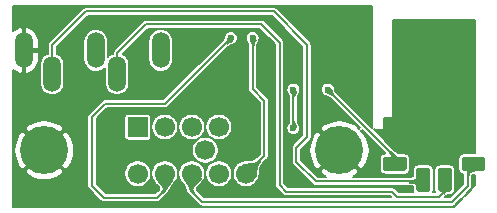
<source format=gbr>
G04 #@! TF.GenerationSoftware,KiCad,Pcbnew,(5.1.8-0-10_14)*
G04 #@! TF.CreationDate,2021-09-26T16:35:17-04:00*
G04 #@! TF.ProjectId,8DIN2VGA,3844494e-3256-4474-912e-6b696361645f,1*
G04 #@! TF.SameCoordinates,Original*
G04 #@! TF.FileFunction,Copper,L2,Bot*
G04 #@! TF.FilePolarity,Positive*
%FSLAX46Y46*%
G04 Gerber Fmt 4.6, Leading zero omitted, Abs format (unit mm)*
G04 Created by KiCad (PCBNEW (5.1.8-0-10_14)) date 2021-09-26 16:35:17*
%MOMM*%
%LPD*%
G01*
G04 APERTURE LIST*
G04 #@! TA.AperFunction,ComponentPad*
%ADD10R,1.700000X1.700000*%
G04 #@! TD*
G04 #@! TA.AperFunction,ComponentPad*
%ADD11C,4.066000*%
G04 #@! TD*
G04 #@! TA.AperFunction,ComponentPad*
%ADD12C,1.700000*%
G04 #@! TD*
G04 #@! TA.AperFunction,ComponentPad*
%ADD13O,1.508000X3.016000*%
G04 #@! TD*
G04 #@! TA.AperFunction,ViaPad*
%ADD14C,0.600000*%
G04 #@! TD*
G04 #@! TA.AperFunction,Conductor*
%ADD15C,0.200000*%
G04 #@! TD*
G04 #@! TA.AperFunction,Conductor*
%ADD16C,0.152400*%
G04 #@! TD*
G04 #@! TA.AperFunction,Conductor*
%ADD17C,0.025400*%
G04 #@! TD*
G04 APERTURE END LIST*
G04 #@! TA.AperFunction,SMDPad,CuDef*
G36*
G01*
X150830000Y-106500000D02*
X152530000Y-106500000D01*
G75*
G02*
X152680000Y-106650000I0J-150000D01*
G01*
X152680000Y-107550000D01*
G75*
G02*
X152530000Y-107700000I-150000J0D01*
G01*
X150830000Y-107700000D01*
G75*
G02*
X150680000Y-107550000I0J150000D01*
G01*
X150680000Y-106650000D01*
G75*
G02*
X150830000Y-106500000I150000J0D01*
G01*
G37*
G04 #@! TD.AperFunction*
G04 #@! TA.AperFunction,SMDPad,CuDef*
G36*
G01*
X157520000Y-109900000D02*
X159220000Y-109900000D01*
G75*
G02*
X159370000Y-110050000I0J-150000D01*
G01*
X159370000Y-110950000D01*
G75*
G02*
X159220000Y-111100000I-150000J0D01*
G01*
X157520000Y-111100000D01*
G75*
G02*
X157370000Y-110950000I0J150000D01*
G01*
X157370000Y-110050000D01*
G75*
G02*
X157520000Y-109900000I150000J0D01*
G01*
G37*
G04 #@! TD.AperFunction*
G04 #@! TA.AperFunction,SMDPad,CuDef*
G36*
G01*
X150870000Y-109900000D02*
X152570000Y-109900000D01*
G75*
G02*
X152720000Y-110050000I0J-150000D01*
G01*
X152720000Y-110950000D01*
G75*
G02*
X152570000Y-111100000I-150000J0D01*
G01*
X150870000Y-111100000D01*
G75*
G02*
X150720000Y-110950000I0J150000D01*
G01*
X150720000Y-110050000D01*
G75*
G02*
X150870000Y-109900000I150000J0D01*
G01*
G37*
G04 #@! TD.AperFunction*
G04 #@! TA.AperFunction,SMDPad,CuDef*
G36*
G01*
X156550000Y-110980000D02*
X156550000Y-112680000D01*
G75*
G02*
X156400000Y-112830000I-150000J0D01*
G01*
X155500000Y-112830000D01*
G75*
G02*
X155350000Y-112680000I0J150000D01*
G01*
X155350000Y-110980000D01*
G75*
G02*
X155500000Y-110830000I150000J0D01*
G01*
X156400000Y-110830000D01*
G75*
G02*
X156550000Y-110980000I0J-150000D01*
G01*
G37*
G04 #@! TD.AperFunction*
G04 #@! TA.AperFunction,SMDPad,CuDef*
G36*
G01*
X154730000Y-110980000D02*
X154730000Y-112680000D01*
G75*
G02*
X154580000Y-112830000I-150000J0D01*
G01*
X153680000Y-112830000D01*
G75*
G02*
X153530000Y-112680000I0J150000D01*
G01*
X153530000Y-110980000D01*
G75*
G02*
X153680000Y-110830000I150000J0D01*
G01*
X154580000Y-110830000D01*
G75*
G02*
X154730000Y-110980000I0J-150000D01*
G01*
G37*
G04 #@! TD.AperFunction*
D10*
X129955000Y-107370000D03*
D11*
X122040000Y-109350000D03*
X147030000Y-109350000D03*
D12*
X132245000Y-107370000D03*
X134535000Y-107370000D03*
X136825000Y-107370000D03*
X139115000Y-107370000D03*
X128810000Y-109350000D03*
X131100000Y-109350000D03*
X133390000Y-109350000D03*
X135680000Y-109350000D03*
X137970000Y-109350000D03*
X129955000Y-111330000D03*
X132245000Y-111330000D03*
X134535000Y-111330000D03*
X136825000Y-111330000D03*
X139115000Y-111330000D03*
D13*
X120300000Y-100890000D03*
X122700000Y-102890000D03*
X126400000Y-100890000D03*
X128200000Y-102890000D03*
X131900000Y-100890000D03*
D14*
X137830000Y-99839998D03*
X139680000Y-99830000D03*
X143130000Y-104200000D03*
X143120000Y-107480000D03*
X136670000Y-103150000D03*
X138470000Y-104540000D03*
X137760000Y-112820000D03*
X133360000Y-112610000D03*
X153460000Y-99440000D03*
X156730000Y-99440000D03*
X153840000Y-109870000D03*
X143260000Y-111810000D03*
X153460000Y-107080000D03*
X156730000Y-107090000D03*
X146049980Y-104199984D03*
D15*
X127180000Y-105410000D02*
X132259998Y-105410000D01*
X131580000Y-113350000D02*
X127070000Y-113350000D01*
X132240000Y-112690000D02*
X131580000Y-113350000D01*
X132259998Y-105410000D02*
X137830000Y-99839998D01*
X126070000Y-106520000D02*
X127180000Y-105410000D01*
X132240000Y-111570000D02*
X132240000Y-112690000D01*
X126070000Y-112350000D02*
X126070000Y-106520000D01*
X127070000Y-113350000D02*
X126070000Y-112350000D01*
X131990000Y-111320000D02*
X132240000Y-111570000D01*
X139680000Y-99830000D02*
X139670000Y-99820000D01*
X139680000Y-104160000D02*
X139680000Y-99830000D01*
X140660000Y-105140000D02*
X139680000Y-104160000D01*
X140660000Y-109790000D02*
X140660000Y-105140000D01*
X139080000Y-111370000D02*
X140660000Y-109790000D01*
X138860000Y-111370000D02*
X139080000Y-111370000D01*
X143130000Y-104200000D02*
X143130000Y-107470000D01*
X143130000Y-107470000D02*
X143120000Y-107480000D01*
X155930000Y-112800000D02*
X155930000Y-111909844D01*
X151900000Y-113260000D02*
X155470000Y-113260000D01*
X142520000Y-112860000D02*
X151500000Y-112860000D01*
X141960000Y-112300000D02*
X142520000Y-112860000D01*
X155470000Y-113260000D02*
X155930000Y-112800000D01*
X141960000Y-100220000D02*
X141960000Y-112300000D01*
X130680000Y-98670000D02*
X140410000Y-98670000D01*
X140410000Y-98670000D02*
X141960000Y-100220000D01*
X151500000Y-112860000D02*
X151900000Y-113260000D01*
X128230000Y-101120000D02*
X130680000Y-98670000D01*
X128230000Y-104150000D02*
X128230000Y-101120000D01*
X135400000Y-113710000D02*
X156550000Y-113710000D01*
X134550000Y-112860000D02*
X135400000Y-113710000D01*
X156550000Y-113710000D02*
X157880000Y-112380000D01*
X134550000Y-111590000D02*
X134550000Y-112860000D01*
X157880000Y-112380000D02*
X157880000Y-110490000D01*
X134280000Y-111320000D02*
X134550000Y-111590000D01*
X153880000Y-111980000D02*
X154040000Y-111820000D01*
X145042945Y-111980000D02*
X153880000Y-111980000D01*
X143385029Y-110322084D02*
X145042945Y-111980000D01*
X143385029Y-109134971D02*
X143385029Y-110322084D01*
X144273935Y-108246065D02*
X143385029Y-109134971D01*
X122710000Y-101680000D02*
X122710000Y-100450000D01*
X144273935Y-100403935D02*
X144273935Y-108246065D01*
X141450000Y-97580000D02*
X144273935Y-100403935D01*
X125580000Y-97580000D02*
X141450000Y-97580000D01*
X122710000Y-100450000D02*
X125580000Y-97580000D01*
X146049980Y-104219980D02*
X146049980Y-104199984D01*
X151700000Y-109870000D02*
X146049980Y-104219980D01*
X151700000Y-110180000D02*
X151700000Y-109870000D01*
X149760001Y-107233289D02*
X149758355Y-107250000D01*
X149764920Y-107316652D01*
X149784361Y-107380742D01*
X149809711Y-107428167D01*
X146746373Y-104364830D01*
X146711320Y-104327351D01*
X146691932Y-104302902D01*
X146681624Y-104286841D01*
X146675891Y-104275257D01*
X146670992Y-104261948D01*
X146665106Y-104240535D01*
X146657659Y-104207019D01*
X146648442Y-104162949D01*
X146647300Y-104157731D01*
X146635727Y-104107069D01*
X146632949Y-104095928D01*
X146624984Y-104066482D01*
X146617307Y-104027887D01*
X146572831Y-103920514D01*
X146508263Y-103823881D01*
X146426083Y-103741701D01*
X146329450Y-103677133D01*
X146222077Y-103632657D01*
X146108090Y-103609984D01*
X145991870Y-103609984D01*
X145877883Y-103632657D01*
X145770510Y-103677133D01*
X145673877Y-103741701D01*
X145591697Y-103823881D01*
X145527129Y-103920514D01*
X145482653Y-104027887D01*
X145459980Y-104141874D01*
X145459980Y-104258094D01*
X145482653Y-104372081D01*
X145527129Y-104479454D01*
X145591697Y-104576087D01*
X145673877Y-104658267D01*
X145770510Y-104722835D01*
X145877883Y-104767311D01*
X145889243Y-104769571D01*
X145894511Y-104771528D01*
X145906695Y-104775749D01*
X145957502Y-104792096D01*
X145964827Y-104794346D01*
X146010295Y-104807660D01*
X146047721Y-104818693D01*
X146073416Y-104827309D01*
X146091331Y-104834761D01*
X146107246Y-104843201D01*
X146127039Y-104856369D01*
X146154576Y-104878557D01*
X146194618Y-104916161D01*
X148758516Y-107480059D01*
X148669206Y-107569369D01*
X148444007Y-107233656D01*
X148003960Y-106998462D01*
X147526483Y-106853637D01*
X147029927Y-106804744D01*
X146533374Y-106853665D01*
X146055906Y-106998519D01*
X145615993Y-107233656D01*
X145390793Y-107569371D01*
X147030000Y-109208579D01*
X147044142Y-109194436D01*
X147185564Y-109335858D01*
X147171421Y-109350000D01*
X148810629Y-110989207D01*
X149146344Y-110764007D01*
X149381538Y-110323960D01*
X149526363Y-109846483D01*
X149575256Y-109349927D01*
X149526335Y-108853374D01*
X149381481Y-108375906D01*
X149146344Y-107935993D01*
X148810631Y-107710794D01*
X148899941Y-107621484D01*
X150887053Y-109608597D01*
X150870000Y-109608597D01*
X150783887Y-109617078D01*
X150701082Y-109642197D01*
X150624770Y-109682987D01*
X150557881Y-109737881D01*
X150502987Y-109804770D01*
X150462197Y-109881082D01*
X150437078Y-109963887D01*
X150428597Y-110050000D01*
X150428597Y-110950000D01*
X150437078Y-111036113D01*
X150462197Y-111118918D01*
X150502987Y-111195230D01*
X150557881Y-111262119D01*
X150624770Y-111317013D01*
X150701082Y-111357803D01*
X150783887Y-111382922D01*
X150870000Y-111391403D01*
X152570000Y-111391403D01*
X152656113Y-111382922D01*
X152738918Y-111357803D01*
X152815230Y-111317013D01*
X152882119Y-111262119D01*
X152937013Y-111195230D01*
X152977803Y-111118918D01*
X153002922Y-111036113D01*
X153011403Y-110950000D01*
X153011403Y-110050000D01*
X153002922Y-109963887D01*
X152977803Y-109881082D01*
X152937013Y-109804770D01*
X152882119Y-109737881D01*
X152815230Y-109682987D01*
X152738918Y-109642197D01*
X152656113Y-109617078D01*
X152570000Y-109608597D01*
X152058501Y-109608597D01*
X152018678Y-109576669D01*
X152015425Y-109574100D01*
X151950910Y-109523874D01*
X151887042Y-109473868D01*
X151821695Y-109420753D01*
X151750281Y-109359308D01*
X151668522Y-109284381D01*
X151571381Y-109189837D01*
X149921833Y-107540289D01*
X149969258Y-107565639D01*
X150033348Y-107585080D01*
X150083299Y-107590000D01*
X150100000Y-107591645D01*
X150116701Y-107590000D01*
X151163299Y-107590000D01*
X151180000Y-107591645D01*
X151196701Y-107590000D01*
X151246652Y-107585080D01*
X151310742Y-107565639D01*
X151369808Y-107534067D01*
X151421579Y-107491579D01*
X151464067Y-107439808D01*
X151495639Y-107380742D01*
X151515080Y-107316652D01*
X151521645Y-107250000D01*
X151520000Y-107233299D01*
X151520000Y-98340000D01*
X158540000Y-98340000D01*
X158540001Y-109608597D01*
X157520000Y-109608597D01*
X157433887Y-109617078D01*
X157351082Y-109642197D01*
X157274770Y-109682987D01*
X157207881Y-109737881D01*
X157152987Y-109804770D01*
X157112197Y-109881082D01*
X157087078Y-109963887D01*
X157078597Y-110050000D01*
X157078597Y-110950000D01*
X157087078Y-111036113D01*
X157112197Y-111118918D01*
X157152987Y-111195230D01*
X157207881Y-111262119D01*
X157274770Y-111317013D01*
X157351082Y-111357803D01*
X157433887Y-111382922D01*
X157489868Y-111388435D01*
X157490000Y-111450383D01*
X157490000Y-112218456D01*
X156388457Y-113320000D01*
X155961543Y-113320000D01*
X156160140Y-113121403D01*
X156400000Y-113121403D01*
X156486113Y-113112922D01*
X156568918Y-113087803D01*
X156645230Y-113047013D01*
X156712119Y-112992119D01*
X156767013Y-112925230D01*
X156807803Y-112848918D01*
X156832922Y-112766113D01*
X156841403Y-112680000D01*
X156841403Y-110980000D01*
X156832922Y-110893887D01*
X156807803Y-110811082D01*
X156767013Y-110734770D01*
X156712119Y-110667881D01*
X156645230Y-110612987D01*
X156568918Y-110572197D01*
X156486113Y-110547078D01*
X156400000Y-110538597D01*
X155500000Y-110538597D01*
X155413887Y-110547078D01*
X155331082Y-110572197D01*
X155254770Y-110612987D01*
X155187881Y-110667881D01*
X155132987Y-110734770D01*
X155092197Y-110811082D01*
X155067078Y-110893887D01*
X155058597Y-110980000D01*
X155058597Y-112680000D01*
X155067078Y-112766113D01*
X155092197Y-112848918D01*
X155103466Y-112870000D01*
X154976534Y-112870000D01*
X154987803Y-112848918D01*
X155012922Y-112766113D01*
X155021403Y-112680000D01*
X155021403Y-110980000D01*
X155012922Y-110893887D01*
X154987803Y-110811082D01*
X154947013Y-110734770D01*
X154892119Y-110667881D01*
X154825230Y-110612987D01*
X154748918Y-110572197D01*
X154666113Y-110547078D01*
X154580000Y-110538597D01*
X153680000Y-110538597D01*
X153593887Y-110547078D01*
X153511082Y-110572197D01*
X153434770Y-110612987D01*
X153367881Y-110667881D01*
X153312987Y-110734770D01*
X153272197Y-110811082D01*
X153247078Y-110893887D01*
X153238597Y-110980000D01*
X153238597Y-111477472D01*
X153205038Y-111511401D01*
X153170997Y-111539004D01*
X153139281Y-111557401D01*
X153098165Y-111572433D01*
X153034484Y-111584490D01*
X152932198Y-111590000D01*
X148212662Y-111590000D01*
X148444007Y-111466344D01*
X148669207Y-111130629D01*
X147030000Y-109491421D01*
X145390793Y-111130629D01*
X145615993Y-111466344D01*
X145847353Y-111590000D01*
X145204488Y-111590000D01*
X143775029Y-110160541D01*
X143775029Y-109350073D01*
X144484744Y-109350073D01*
X144533665Y-109846626D01*
X144678519Y-110324094D01*
X144913656Y-110764007D01*
X145249371Y-110989207D01*
X146888579Y-109350000D01*
X145249371Y-107710793D01*
X144913656Y-107935993D01*
X144678462Y-108376040D01*
X144533637Y-108853517D01*
X144484744Y-109350073D01*
X143775029Y-109350073D01*
X143775029Y-109296514D01*
X144536163Y-108535381D01*
X144551041Y-108523171D01*
X144599777Y-108463786D01*
X144635991Y-108396034D01*
X144658292Y-108322518D01*
X144663935Y-108265224D01*
X144665822Y-108246065D01*
X144663935Y-108226906D01*
X144663935Y-100423083D01*
X144665821Y-100403934D01*
X144663935Y-100384785D01*
X144663935Y-100384776D01*
X144658292Y-100327482D01*
X144635991Y-100253966D01*
X144599777Y-100186214D01*
X144551041Y-100126829D01*
X144536158Y-100114615D01*
X141739321Y-97317778D01*
X141727106Y-97302894D01*
X141667721Y-97254158D01*
X141599969Y-97217944D01*
X141526453Y-97195643D01*
X141469159Y-97190000D01*
X141450000Y-97188113D01*
X141430841Y-97190000D01*
X125599159Y-97190000D01*
X125580000Y-97188113D01*
X125503546Y-97195643D01*
X125430031Y-97217944D01*
X125362279Y-97254158D01*
X125332238Y-97278812D01*
X125317775Y-97290681D01*
X125317772Y-97290684D01*
X125302894Y-97302894D01*
X125290684Y-97317772D01*
X122447773Y-100160684D01*
X122432895Y-100172894D01*
X122420685Y-100187772D01*
X122420681Y-100187776D01*
X122384159Y-100232279D01*
X122347944Y-100300032D01*
X122325643Y-100373547D01*
X122318113Y-100450000D01*
X122320001Y-100469169D01*
X122320000Y-101160295D01*
X122298546Y-101166803D01*
X122117178Y-101263746D01*
X121958209Y-101394209D01*
X121827746Y-101553178D01*
X121730803Y-101734547D01*
X121671106Y-101931341D01*
X121656000Y-102084717D01*
X121656001Y-103695284D01*
X121671107Y-103848660D01*
X121730804Y-104045454D01*
X121827747Y-104226822D01*
X121958210Y-104385791D01*
X122117179Y-104516254D01*
X122298547Y-104613197D01*
X122495341Y-104672894D01*
X122700000Y-104693051D01*
X122904660Y-104672894D01*
X123101454Y-104613197D01*
X123282822Y-104516254D01*
X123441791Y-104385791D01*
X123572254Y-104226822D01*
X123669197Y-104045454D01*
X123728894Y-103848660D01*
X123744000Y-103695284D01*
X123744000Y-102084716D01*
X123728894Y-101931340D01*
X123669197Y-101734546D01*
X123572254Y-101553178D01*
X123441791Y-101394209D01*
X123282822Y-101263746D01*
X123101453Y-101166803D01*
X123100000Y-101166362D01*
X123100000Y-100611543D01*
X125741544Y-97970000D01*
X141288457Y-97970000D01*
X143883935Y-100565478D01*
X143883936Y-108084520D01*
X143122807Y-108845650D01*
X143107923Y-108857865D01*
X143095710Y-108872747D01*
X143059188Y-108917250D01*
X143022973Y-108985003D01*
X143000672Y-109058518D01*
X142993142Y-109134971D01*
X142995029Y-109154130D01*
X142995030Y-110302915D01*
X142993142Y-110322084D01*
X143000672Y-110398537D01*
X143022973Y-110472052D01*
X143059188Y-110539805D01*
X143095710Y-110584308D01*
X143095714Y-110584312D01*
X143107924Y-110599190D01*
X143122802Y-110611400D01*
X144753624Y-112242222D01*
X144765839Y-112257106D01*
X144825224Y-112305842D01*
X144892976Y-112342056D01*
X144966492Y-112364357D01*
X145023786Y-112370000D01*
X145023795Y-112370000D01*
X145042944Y-112371886D01*
X145062093Y-112370000D01*
X152933585Y-112370000D01*
X153065408Y-112375837D01*
X153161184Y-112390044D01*
X153236427Y-112410209D01*
X153238597Y-112411056D01*
X153238597Y-112680000D01*
X153247078Y-112766113D01*
X153272197Y-112848918D01*
X153283466Y-112870000D01*
X152061543Y-112870000D01*
X151789319Y-112597776D01*
X151777106Y-112582894D01*
X151717721Y-112534158D01*
X151649969Y-112497944D01*
X151576453Y-112475643D01*
X151519159Y-112470000D01*
X151500000Y-112468113D01*
X151480841Y-112470000D01*
X142681543Y-112470000D01*
X142350000Y-112138457D01*
X142350000Y-107421890D01*
X142530000Y-107421890D01*
X142530000Y-107538110D01*
X142552673Y-107652097D01*
X142597149Y-107759470D01*
X142661717Y-107856103D01*
X142743897Y-107938283D01*
X142840530Y-108002851D01*
X142947903Y-108047327D01*
X143061890Y-108070000D01*
X143178110Y-108070000D01*
X143292097Y-108047327D01*
X143399470Y-108002851D01*
X143496103Y-107938283D01*
X143578283Y-107856103D01*
X143642851Y-107759470D01*
X143687327Y-107652097D01*
X143710000Y-107538110D01*
X143710000Y-107421890D01*
X143687327Y-107307903D01*
X143642851Y-107200530D01*
X143634113Y-107187452D01*
X143630387Y-107179606D01*
X143624490Y-107167879D01*
X143599717Y-107121276D01*
X143595997Y-107114497D01*
X143572637Y-107073245D01*
X143554114Y-107040365D01*
X143542123Y-107017050D01*
X143534993Y-107000293D01*
X143529971Y-106984410D01*
X143525454Y-106962577D01*
X143521727Y-106928877D01*
X143520000Y-106875332D01*
X143520000Y-104794967D01*
X143521726Y-104744687D01*
X143525273Y-104714601D01*
X143529318Y-104696299D01*
X143533583Y-104683718D01*
X143539967Y-104669774D01*
X143551587Y-104648854D01*
X143570571Y-104617760D01*
X143594461Y-104578942D01*
X143598469Y-104572229D01*
X143624180Y-104527812D01*
X143630718Y-104515880D01*
X143638279Y-104501279D01*
X143652851Y-104479470D01*
X143697327Y-104372097D01*
X143720000Y-104258110D01*
X143720000Y-104141890D01*
X143697327Y-104027903D01*
X143652851Y-103920530D01*
X143588283Y-103823897D01*
X143506103Y-103741717D01*
X143409470Y-103677149D01*
X143302097Y-103632673D01*
X143188110Y-103610000D01*
X143071890Y-103610000D01*
X142957903Y-103632673D01*
X142850530Y-103677149D01*
X142753897Y-103741717D01*
X142671717Y-103823897D01*
X142607149Y-103920530D01*
X142562673Y-104027903D01*
X142540000Y-104141890D01*
X142540000Y-104258110D01*
X142562673Y-104372097D01*
X142607149Y-104479470D01*
X142621718Y-104501275D01*
X142629279Y-104515876D01*
X142635819Y-104527812D01*
X142661530Y-104572229D01*
X142665538Y-104578942D01*
X142689428Y-104617760D01*
X142708412Y-104648854D01*
X142720032Y-104669774D01*
X142726416Y-104683718D01*
X142730681Y-104696299D01*
X142734726Y-104714601D01*
X142738273Y-104744687D01*
X142740000Y-104794979D01*
X142740001Y-106875080D01*
X142738282Y-106926103D01*
X142734716Y-106956806D01*
X142730659Y-106975337D01*
X142726492Y-106987660D01*
X142720435Y-107000809D01*
X142709265Y-107020579D01*
X142690702Y-107050091D01*
X142666269Y-107088088D01*
X142663054Y-107093205D01*
X142635971Y-107137318D01*
X142629864Y-107147745D01*
X142616930Y-107170925D01*
X142597149Y-107200530D01*
X142552673Y-107307903D01*
X142530000Y-107421890D01*
X142350000Y-107421890D01*
X142350000Y-100239158D01*
X142351887Y-100219999D01*
X142344357Y-100143546D01*
X142322056Y-100070031D01*
X142315476Y-100057720D01*
X142285842Y-100002279D01*
X142237106Y-99942894D01*
X142222229Y-99930685D01*
X140699321Y-98407778D01*
X140687106Y-98392894D01*
X140627721Y-98344158D01*
X140559969Y-98307944D01*
X140486453Y-98285643D01*
X140429159Y-98280000D01*
X140410000Y-98278113D01*
X140390841Y-98280000D01*
X130699148Y-98280000D01*
X130679999Y-98278114D01*
X130660850Y-98280000D01*
X130660841Y-98280000D01*
X130603547Y-98285643D01*
X130530031Y-98307944D01*
X130462279Y-98344158D01*
X130402894Y-98392894D01*
X130390679Y-98407778D01*
X127967773Y-100830684D01*
X127952895Y-100842894D01*
X127940685Y-100857772D01*
X127940681Y-100857776D01*
X127904159Y-100902279D01*
X127867944Y-100970032D01*
X127845643Y-101043547D01*
X127838113Y-101120000D01*
X127840001Y-101139169D01*
X127840001Y-101154228D01*
X127798546Y-101166803D01*
X127617178Y-101263746D01*
X127458209Y-101394209D01*
X127444000Y-101411523D01*
X127444000Y-100084716D01*
X127428894Y-99931340D01*
X127369197Y-99734546D01*
X127272254Y-99553178D01*
X127141791Y-99394209D01*
X126982822Y-99263746D01*
X126801453Y-99166803D01*
X126604659Y-99107106D01*
X126400000Y-99086949D01*
X126195340Y-99107106D01*
X125998546Y-99166803D01*
X125817178Y-99263746D01*
X125658209Y-99394209D01*
X125527746Y-99553178D01*
X125430803Y-99734547D01*
X125371106Y-99931341D01*
X125356000Y-100084717D01*
X125356001Y-101695284D01*
X125371107Y-101848660D01*
X125430804Y-102045454D01*
X125527747Y-102226822D01*
X125658210Y-102385791D01*
X125817179Y-102516254D01*
X125998547Y-102613197D01*
X126195341Y-102672894D01*
X126400000Y-102693051D01*
X126604660Y-102672894D01*
X126801454Y-102613197D01*
X126982822Y-102516254D01*
X127141791Y-102385791D01*
X127156000Y-102368477D01*
X127156001Y-103695284D01*
X127171107Y-103848660D01*
X127230804Y-104045454D01*
X127327747Y-104226822D01*
X127458210Y-104385791D01*
X127617179Y-104516254D01*
X127798547Y-104613197D01*
X127995341Y-104672894D01*
X128200000Y-104693051D01*
X128404660Y-104672894D01*
X128601454Y-104613197D01*
X128782822Y-104516254D01*
X128941791Y-104385791D01*
X129072254Y-104226822D01*
X129169197Y-104045454D01*
X129228894Y-103848660D01*
X129244000Y-103695284D01*
X129244000Y-102084716D01*
X129228894Y-101931340D01*
X129169197Y-101734546D01*
X129072254Y-101553178D01*
X128941791Y-101394209D01*
X128782822Y-101263746D01*
X128688313Y-101213230D01*
X129816826Y-100084717D01*
X130856000Y-100084717D01*
X130856001Y-101695284D01*
X130871107Y-101848660D01*
X130930804Y-102045454D01*
X131027747Y-102226822D01*
X131158210Y-102385791D01*
X131317179Y-102516254D01*
X131498547Y-102613197D01*
X131695341Y-102672894D01*
X131900000Y-102693051D01*
X132104660Y-102672894D01*
X132301454Y-102613197D01*
X132482822Y-102516254D01*
X132641791Y-102385791D01*
X132772254Y-102226822D01*
X132869197Y-102045454D01*
X132928894Y-101848660D01*
X132944000Y-101695284D01*
X132944000Y-100084716D01*
X132928894Y-99931340D01*
X132869197Y-99734546D01*
X132772254Y-99553178D01*
X132641791Y-99394209D01*
X132482822Y-99263746D01*
X132301453Y-99166803D01*
X132104659Y-99107106D01*
X131900000Y-99086949D01*
X131695340Y-99107106D01*
X131498546Y-99166803D01*
X131317178Y-99263746D01*
X131158209Y-99394209D01*
X131027746Y-99553178D01*
X130930803Y-99734547D01*
X130871106Y-99931341D01*
X130856000Y-100084717D01*
X129816826Y-100084717D01*
X130841543Y-99060000D01*
X140248457Y-99060000D01*
X141570000Y-100381544D01*
X141570001Y-112280831D01*
X141568113Y-112300000D01*
X141575643Y-112376453D01*
X141597944Y-112449968D01*
X141634159Y-112517721D01*
X141670681Y-112562224D01*
X141670685Y-112562228D01*
X141682895Y-112577106D01*
X141697773Y-112589316D01*
X142230679Y-113122222D01*
X142242894Y-113137106D01*
X142302279Y-113185842D01*
X142370031Y-113222056D01*
X142443547Y-113244357D01*
X142520000Y-113251887D01*
X142539159Y-113250000D01*
X151338457Y-113250000D01*
X151408457Y-113320000D01*
X135561543Y-113320000D01*
X134958084Y-112716541D01*
X134940000Y-112693598D01*
X134940000Y-112549039D01*
X134964369Y-112519847D01*
X135062580Y-112423604D01*
X135182063Y-112311533D01*
X135190066Y-112303731D01*
X135311987Y-112180204D01*
X135330408Y-112159673D01*
X135387065Y-112090139D01*
X135420496Y-112056708D01*
X135545255Y-111869993D01*
X135631190Y-111662526D01*
X135675000Y-111442280D01*
X135675000Y-111217720D01*
X135685000Y-111217720D01*
X135685000Y-111442280D01*
X135728810Y-111662526D01*
X135814745Y-111869993D01*
X135939504Y-112056708D01*
X136098292Y-112215496D01*
X136285007Y-112340255D01*
X136492474Y-112426190D01*
X136712720Y-112470000D01*
X136937280Y-112470000D01*
X137157526Y-112426190D01*
X137364993Y-112340255D01*
X137551708Y-112215496D01*
X137710496Y-112056708D01*
X137835255Y-111869993D01*
X137921190Y-111662526D01*
X137965000Y-111442280D01*
X137965000Y-111217720D01*
X137975000Y-111217720D01*
X137975000Y-111442280D01*
X138018810Y-111662526D01*
X138104745Y-111869993D01*
X138229504Y-112056708D01*
X138388292Y-112215496D01*
X138575007Y-112340255D01*
X138782474Y-112426190D01*
X139002720Y-112470000D01*
X139227280Y-112470000D01*
X139447526Y-112426190D01*
X139654993Y-112340255D01*
X139841708Y-112215496D01*
X140000496Y-112056708D01*
X140125255Y-111869993D01*
X140211190Y-111662526D01*
X140226227Y-111586930D01*
X140244698Y-111523617D01*
X140251775Y-111493443D01*
X140279203Y-111340051D01*
X140282494Y-111315763D01*
X140295478Y-111175637D01*
X140296376Y-111162897D01*
X140302604Y-111034197D01*
X140309273Y-110922371D01*
X140321606Y-110830370D01*
X140343429Y-110749403D01*
X140381176Y-110666221D01*
X140446271Y-110568740D01*
X140556671Y-110444872D01*
X140922223Y-110079320D01*
X140937106Y-110067106D01*
X140985842Y-110007721D01*
X141022056Y-109939969D01*
X141044357Y-109866453D01*
X141050000Y-109809159D01*
X141050000Y-109809150D01*
X141051886Y-109790001D01*
X141050000Y-109770852D01*
X141050000Y-105159148D01*
X141051886Y-105139999D01*
X141050000Y-105120850D01*
X141050000Y-105120841D01*
X141044357Y-105063547D01*
X141022056Y-104990031D01*
X140985842Y-104922279D01*
X140937106Y-104862894D01*
X140922222Y-104850679D01*
X140070000Y-103998457D01*
X140070000Y-100424967D01*
X140071726Y-100374687D01*
X140075273Y-100344601D01*
X140079318Y-100326299D01*
X140083583Y-100313718D01*
X140089967Y-100299774D01*
X140101587Y-100278854D01*
X140120571Y-100247760D01*
X140144461Y-100208942D01*
X140148469Y-100202229D01*
X140174180Y-100157812D01*
X140180718Y-100145880D01*
X140188279Y-100131279D01*
X140202851Y-100109470D01*
X140247327Y-100002097D01*
X140270000Y-99888110D01*
X140270000Y-99771890D01*
X140247327Y-99657903D01*
X140202851Y-99550530D01*
X140138283Y-99453897D01*
X140056103Y-99371717D01*
X139959470Y-99307149D01*
X139852097Y-99262673D01*
X139738110Y-99240000D01*
X139621890Y-99240000D01*
X139507903Y-99262673D01*
X139400530Y-99307149D01*
X139303897Y-99371717D01*
X139221717Y-99453897D01*
X139157149Y-99550530D01*
X139112673Y-99657903D01*
X139090000Y-99771890D01*
X139090000Y-99888110D01*
X139112673Y-100002097D01*
X139157149Y-100109470D01*
X139171718Y-100131275D01*
X139179279Y-100145876D01*
X139185819Y-100157812D01*
X139211530Y-100202229D01*
X139215538Y-100208942D01*
X139239428Y-100247760D01*
X139258412Y-100278854D01*
X139270032Y-100299774D01*
X139276416Y-100313718D01*
X139280681Y-100326299D01*
X139284726Y-100344601D01*
X139288273Y-100374687D01*
X139290001Y-100424999D01*
X139290000Y-104140841D01*
X139288113Y-104160000D01*
X139295643Y-104236453D01*
X139314911Y-104299969D01*
X139317944Y-104309968D01*
X139354158Y-104377720D01*
X139402894Y-104437106D01*
X139417778Y-104449321D01*
X140270001Y-105301544D01*
X140270000Y-109628457D01*
X140005141Y-109893316D01*
X139881774Y-110003241D01*
X139784851Y-110067881D01*
X139702303Y-110105199D01*
X139621986Y-110126628D01*
X139530592Y-110138527D01*
X139419372Y-110144601D01*
X139290944Y-110150019D01*
X139278521Y-110150810D01*
X139138498Y-110162753D01*
X139114455Y-110165821D01*
X138961118Y-110191936D01*
X138931050Y-110198718D01*
X138864539Y-110217486D01*
X138782474Y-110233810D01*
X138575007Y-110319745D01*
X138388292Y-110444504D01*
X138229504Y-110603292D01*
X138104745Y-110790007D01*
X138018810Y-110997474D01*
X137975000Y-111217720D01*
X137965000Y-111217720D01*
X137921190Y-110997474D01*
X137835255Y-110790007D01*
X137710496Y-110603292D01*
X137551708Y-110444504D01*
X137364993Y-110319745D01*
X137157526Y-110233810D01*
X136937280Y-110190000D01*
X136712720Y-110190000D01*
X136492474Y-110233810D01*
X136285007Y-110319745D01*
X136098292Y-110444504D01*
X135939504Y-110603292D01*
X135814745Y-110790007D01*
X135728810Y-110997474D01*
X135685000Y-111217720D01*
X135675000Y-111217720D01*
X135631190Y-110997474D01*
X135545255Y-110790007D01*
X135420496Y-110603292D01*
X135261708Y-110444504D01*
X135074993Y-110319745D01*
X134867526Y-110233810D01*
X134647280Y-110190000D01*
X134422720Y-110190000D01*
X134202474Y-110233810D01*
X133995007Y-110319745D01*
X133808292Y-110444504D01*
X133649504Y-110603292D01*
X133524745Y-110790007D01*
X133438810Y-110997474D01*
X133395000Y-111217720D01*
X133395000Y-111442280D01*
X133438810Y-111662526D01*
X133524745Y-111869993D01*
X133649504Y-112056708D01*
X133723084Y-112130288D01*
X133810890Y-112228689D01*
X133866719Y-112309756D01*
X133906828Y-112386986D01*
X133940067Y-112470025D01*
X133972865Y-112565565D01*
X133973707Y-112567983D01*
X134010425Y-112671943D01*
X134017112Y-112689117D01*
X134063050Y-112796845D01*
X134075970Y-112823326D01*
X134138784Y-112937026D01*
X134156907Y-112965724D01*
X134187451Y-113008343D01*
X134187944Y-113009968D01*
X134224159Y-113077721D01*
X134260681Y-113122224D01*
X134260685Y-113122228D01*
X134272895Y-113137106D01*
X134287773Y-113149316D01*
X135110679Y-113972222D01*
X135122894Y-113987106D01*
X135182279Y-114035842D01*
X135250031Y-114072056D01*
X135323547Y-114094357D01*
X135400000Y-114101887D01*
X135419159Y-114100000D01*
X156530841Y-114100000D01*
X156550000Y-114101887D01*
X156626453Y-114094357D01*
X156699969Y-114072056D01*
X156767721Y-114035842D01*
X156827106Y-113987106D01*
X156839321Y-113972222D01*
X158142229Y-112669315D01*
X158157106Y-112657106D01*
X158175952Y-112634143D01*
X158205841Y-112597722D01*
X158205843Y-112597720D01*
X158242056Y-112529969D01*
X158244202Y-112522895D01*
X158264357Y-112456454D01*
X158271887Y-112380001D01*
X158270000Y-112360842D01*
X158270000Y-111461607D01*
X158272786Y-111426853D01*
X158280001Y-111423843D01*
X158317635Y-111413173D01*
X158372269Y-111401895D01*
X158434175Y-111391403D01*
X158540001Y-111391403D01*
X158540001Y-112299166D01*
X156719169Y-114120000D01*
X119390000Y-114120000D01*
X119390000Y-111130629D01*
X120400793Y-111130629D01*
X120625993Y-111466344D01*
X121066040Y-111701538D01*
X121543517Y-111846363D01*
X122040073Y-111895256D01*
X122536626Y-111846335D01*
X123014094Y-111701481D01*
X123454007Y-111466344D01*
X123679207Y-111130629D01*
X122040000Y-109491421D01*
X120400793Y-111130629D01*
X119390000Y-111130629D01*
X119390000Y-109350073D01*
X119494744Y-109350073D01*
X119543665Y-109846626D01*
X119688519Y-110324094D01*
X119923656Y-110764007D01*
X120259371Y-110989207D01*
X121898579Y-109350000D01*
X122181421Y-109350000D01*
X123820629Y-110989207D01*
X124156344Y-110764007D01*
X124391538Y-110323960D01*
X124536363Y-109846483D01*
X124585256Y-109349927D01*
X124536335Y-108853374D01*
X124391481Y-108375906D01*
X124156344Y-107935993D01*
X123820629Y-107710793D01*
X122181421Y-109350000D01*
X121898579Y-109350000D01*
X120259371Y-107710793D01*
X119923656Y-107935993D01*
X119688462Y-108376040D01*
X119543637Y-108853517D01*
X119494744Y-109350073D01*
X119390000Y-109350073D01*
X119390000Y-107569371D01*
X120400793Y-107569371D01*
X122040000Y-109208579D01*
X123679207Y-107569371D01*
X123454007Y-107233656D01*
X123013960Y-106998462D01*
X122536483Y-106853637D01*
X122039927Y-106804744D01*
X121543374Y-106853665D01*
X121065906Y-106998519D01*
X120625993Y-107233656D01*
X120400793Y-107569371D01*
X119390000Y-107569371D01*
X119390000Y-106520000D01*
X125678113Y-106520000D01*
X125680001Y-106539169D01*
X125680000Y-112330841D01*
X125678113Y-112350000D01*
X125685643Y-112426453D01*
X125707330Y-112497944D01*
X125707944Y-112499968D01*
X125744158Y-112567720D01*
X125792894Y-112627106D01*
X125807778Y-112639321D01*
X126780679Y-113612222D01*
X126792894Y-113627106D01*
X126852279Y-113675842D01*
X126920031Y-113712056D01*
X126993547Y-113734357D01*
X127070000Y-113741887D01*
X127089159Y-113740000D01*
X131560841Y-113740000D01*
X131580000Y-113741887D01*
X131656453Y-113734357D01*
X131729969Y-113712056D01*
X131797721Y-113675842D01*
X131857106Y-113627106D01*
X131869321Y-113612222D01*
X132502227Y-112979316D01*
X132517106Y-112967106D01*
X132565842Y-112907721D01*
X132602056Y-112839969D01*
X132608369Y-112819158D01*
X132619318Y-112783065D01*
X132674470Y-112691287D01*
X132680563Y-112680644D01*
X132732691Y-112584954D01*
X132733512Y-112583436D01*
X132781753Y-112493614D01*
X132830150Y-112410316D01*
X132885595Y-112327607D01*
X132956447Y-112238138D01*
X133054783Y-112132421D01*
X133130496Y-112056708D01*
X133255255Y-111869993D01*
X133341190Y-111662526D01*
X133385000Y-111442280D01*
X133385000Y-111217720D01*
X133341190Y-110997474D01*
X133255255Y-110790007D01*
X133130496Y-110603292D01*
X132971708Y-110444504D01*
X132784993Y-110319745D01*
X132577526Y-110233810D01*
X132357280Y-110190000D01*
X132132720Y-110190000D01*
X131912474Y-110233810D01*
X131705007Y-110319745D01*
X131518292Y-110444504D01*
X131359504Y-110603292D01*
X131234745Y-110790007D01*
X131148810Y-110997474D01*
X131105000Y-111217720D01*
X131105000Y-111442280D01*
X131148810Y-111662526D01*
X131234745Y-111869993D01*
X131301541Y-111969961D01*
X131309460Y-111983603D01*
X131330014Y-112014322D01*
X131339191Y-112026308D01*
X131359504Y-112056708D01*
X131372153Y-112069357D01*
X131428333Y-112142730D01*
X131442256Y-112159560D01*
X131547389Y-112277323D01*
X131551847Y-112282203D01*
X131651136Y-112388443D01*
X131728454Y-112477424D01*
X131771907Y-112540688D01*
X131782701Y-112567814D01*
X131782701Y-112567819D01*
X131775142Y-112587614D01*
X131712440Y-112666017D01*
X131418457Y-112960000D01*
X127231543Y-112960000D01*
X126460000Y-112188457D01*
X126460000Y-111217720D01*
X128815000Y-111217720D01*
X128815000Y-111442280D01*
X128858810Y-111662526D01*
X128944745Y-111869993D01*
X129069504Y-112056708D01*
X129228292Y-112215496D01*
X129415007Y-112340255D01*
X129622474Y-112426190D01*
X129842720Y-112470000D01*
X130067280Y-112470000D01*
X130287526Y-112426190D01*
X130494993Y-112340255D01*
X130681708Y-112215496D01*
X130840496Y-112056708D01*
X130965255Y-111869993D01*
X131051190Y-111662526D01*
X131095000Y-111442280D01*
X131095000Y-111217720D01*
X131051190Y-110997474D01*
X130965255Y-110790007D01*
X130840496Y-110603292D01*
X130681708Y-110444504D01*
X130494993Y-110319745D01*
X130287526Y-110233810D01*
X130067280Y-110190000D01*
X129842720Y-110190000D01*
X129622474Y-110233810D01*
X129415007Y-110319745D01*
X129228292Y-110444504D01*
X129069504Y-110603292D01*
X128944745Y-110790007D01*
X128858810Y-110997474D01*
X128815000Y-111217720D01*
X126460000Y-111217720D01*
X126460000Y-109237720D01*
X134540000Y-109237720D01*
X134540000Y-109462280D01*
X134583810Y-109682526D01*
X134669745Y-109889993D01*
X134794504Y-110076708D01*
X134953292Y-110235496D01*
X135140007Y-110360255D01*
X135347474Y-110446190D01*
X135567720Y-110490000D01*
X135792280Y-110490000D01*
X136012526Y-110446190D01*
X136219993Y-110360255D01*
X136406708Y-110235496D01*
X136565496Y-110076708D01*
X136690255Y-109889993D01*
X136776190Y-109682526D01*
X136820000Y-109462280D01*
X136820000Y-109237720D01*
X136776190Y-109017474D01*
X136690255Y-108810007D01*
X136565496Y-108623292D01*
X136406708Y-108464504D01*
X136219993Y-108339745D01*
X136012526Y-108253810D01*
X135792280Y-108210000D01*
X135567720Y-108210000D01*
X135347474Y-108253810D01*
X135140007Y-108339745D01*
X134953292Y-108464504D01*
X134794504Y-108623292D01*
X134669745Y-108810007D01*
X134583810Y-109017474D01*
X134540000Y-109237720D01*
X126460000Y-109237720D01*
X126460000Y-106681543D01*
X126621543Y-106520000D01*
X128813597Y-106520000D01*
X128813597Y-108220000D01*
X128819196Y-108276850D01*
X128835779Y-108331515D01*
X128862707Y-108381895D01*
X128898947Y-108426053D01*
X128943105Y-108462293D01*
X128993485Y-108489221D01*
X129048150Y-108505804D01*
X129105000Y-108511403D01*
X130805000Y-108511403D01*
X130861850Y-108505804D01*
X130916515Y-108489221D01*
X130966895Y-108462293D01*
X131011053Y-108426053D01*
X131047293Y-108381895D01*
X131074221Y-108331515D01*
X131090804Y-108276850D01*
X131096403Y-108220000D01*
X131096403Y-107257720D01*
X131105000Y-107257720D01*
X131105000Y-107482280D01*
X131148810Y-107702526D01*
X131234745Y-107909993D01*
X131359504Y-108096708D01*
X131518292Y-108255496D01*
X131705007Y-108380255D01*
X131912474Y-108466190D01*
X132132720Y-108510000D01*
X132357280Y-108510000D01*
X132577526Y-108466190D01*
X132784993Y-108380255D01*
X132971708Y-108255496D01*
X133130496Y-108096708D01*
X133255255Y-107909993D01*
X133341190Y-107702526D01*
X133385000Y-107482280D01*
X133385000Y-107257720D01*
X133395000Y-107257720D01*
X133395000Y-107482280D01*
X133438810Y-107702526D01*
X133524745Y-107909993D01*
X133649504Y-108096708D01*
X133808292Y-108255496D01*
X133995007Y-108380255D01*
X134202474Y-108466190D01*
X134422720Y-108510000D01*
X134647280Y-108510000D01*
X134867526Y-108466190D01*
X135074993Y-108380255D01*
X135261708Y-108255496D01*
X135420496Y-108096708D01*
X135545255Y-107909993D01*
X135631190Y-107702526D01*
X135675000Y-107482280D01*
X135675000Y-107257720D01*
X135685000Y-107257720D01*
X135685000Y-107482280D01*
X135728810Y-107702526D01*
X135814745Y-107909993D01*
X135939504Y-108096708D01*
X136098292Y-108255496D01*
X136285007Y-108380255D01*
X136492474Y-108466190D01*
X136712720Y-108510000D01*
X136937280Y-108510000D01*
X137157526Y-108466190D01*
X137364993Y-108380255D01*
X137551708Y-108255496D01*
X137710496Y-108096708D01*
X137835255Y-107909993D01*
X137921190Y-107702526D01*
X137965000Y-107482280D01*
X137965000Y-107257720D01*
X137921190Y-107037474D01*
X137835255Y-106830007D01*
X137710496Y-106643292D01*
X137551708Y-106484504D01*
X137364993Y-106359745D01*
X137157526Y-106273810D01*
X136937280Y-106230000D01*
X136712720Y-106230000D01*
X136492474Y-106273810D01*
X136285007Y-106359745D01*
X136098292Y-106484504D01*
X135939504Y-106643292D01*
X135814745Y-106830007D01*
X135728810Y-107037474D01*
X135685000Y-107257720D01*
X135675000Y-107257720D01*
X135631190Y-107037474D01*
X135545255Y-106830007D01*
X135420496Y-106643292D01*
X135261708Y-106484504D01*
X135074993Y-106359745D01*
X134867526Y-106273810D01*
X134647280Y-106230000D01*
X134422720Y-106230000D01*
X134202474Y-106273810D01*
X133995007Y-106359745D01*
X133808292Y-106484504D01*
X133649504Y-106643292D01*
X133524745Y-106830007D01*
X133438810Y-107037474D01*
X133395000Y-107257720D01*
X133385000Y-107257720D01*
X133341190Y-107037474D01*
X133255255Y-106830007D01*
X133130496Y-106643292D01*
X132971708Y-106484504D01*
X132784993Y-106359745D01*
X132577526Y-106273810D01*
X132357280Y-106230000D01*
X132132720Y-106230000D01*
X131912474Y-106273810D01*
X131705007Y-106359745D01*
X131518292Y-106484504D01*
X131359504Y-106643292D01*
X131234745Y-106830007D01*
X131148810Y-107037474D01*
X131105000Y-107257720D01*
X131096403Y-107257720D01*
X131096403Y-106520000D01*
X131090804Y-106463150D01*
X131074221Y-106408485D01*
X131047293Y-106358105D01*
X131011053Y-106313947D01*
X130966895Y-106277707D01*
X130916515Y-106250779D01*
X130861850Y-106234196D01*
X130805000Y-106228597D01*
X129105000Y-106228597D01*
X129048150Y-106234196D01*
X128993485Y-106250779D01*
X128943105Y-106277707D01*
X128898947Y-106313947D01*
X128862707Y-106358105D01*
X128835779Y-106408485D01*
X128819196Y-106463150D01*
X128813597Y-106520000D01*
X126621543Y-106520000D01*
X127341544Y-105800000D01*
X132240839Y-105800000D01*
X132259998Y-105801887D01*
X132336451Y-105794357D01*
X132409967Y-105772056D01*
X132477719Y-105735842D01*
X132537104Y-105687106D01*
X132549319Y-105672222D01*
X137685059Y-100536482D01*
X137721844Y-100502138D01*
X137745624Y-100483373D01*
X137761417Y-100473299D01*
X137773339Y-100467413D01*
X137787713Y-100462068D01*
X137810732Y-100455489D01*
X137845816Y-100447005D01*
X137890470Y-100436374D01*
X137898049Y-100434461D01*
X137947637Y-100421234D01*
X137960694Y-100417421D01*
X137976362Y-100412444D01*
X138002097Y-100407325D01*
X138109470Y-100362849D01*
X138206103Y-100298281D01*
X138288283Y-100216101D01*
X138352851Y-100119468D01*
X138397327Y-100012095D01*
X138420000Y-99898108D01*
X138420000Y-99781888D01*
X138397327Y-99667901D01*
X138352851Y-99560528D01*
X138288283Y-99463895D01*
X138206103Y-99381715D01*
X138109470Y-99317147D01*
X138002097Y-99272671D01*
X137888110Y-99249998D01*
X137771890Y-99249998D01*
X137657903Y-99272671D01*
X137550530Y-99317147D01*
X137453897Y-99381715D01*
X137371717Y-99463895D01*
X137307149Y-99560528D01*
X137262673Y-99667901D01*
X137257555Y-99693629D01*
X137252578Y-99709297D01*
X137248763Y-99722360D01*
X137235536Y-99771948D01*
X137233623Y-99779527D01*
X137222992Y-99824181D01*
X137214508Y-99859265D01*
X137207929Y-99882284D01*
X137202584Y-99896658D01*
X137196698Y-99908580D01*
X137186624Y-99924373D01*
X137167853Y-99948160D01*
X137133523Y-99984932D01*
X132098455Y-105020000D01*
X127199158Y-105020000D01*
X127179999Y-105018113D01*
X127103546Y-105025643D01*
X127067720Y-105036511D01*
X127030031Y-105047944D01*
X126962279Y-105084158D01*
X126962277Y-105084159D01*
X126962278Y-105084159D01*
X126917775Y-105120681D01*
X126917772Y-105120684D01*
X126902894Y-105132894D01*
X126890684Y-105147772D01*
X125807773Y-106230684D01*
X125792895Y-106242894D01*
X125780685Y-106257772D01*
X125780681Y-106257776D01*
X125744159Y-106302279D01*
X125707944Y-106370032D01*
X125685643Y-106443547D01*
X125678113Y-106520000D01*
X119390000Y-106520000D01*
X119390000Y-102503861D01*
X119483999Y-102601423D01*
X119686462Y-102742220D01*
X119912503Y-102840813D01*
X120005687Y-102862973D01*
X120200000Y-102768563D01*
X120200000Y-100990000D01*
X120400000Y-100990000D01*
X120400000Y-102768563D01*
X120594313Y-102862973D01*
X120687497Y-102840813D01*
X120913538Y-102742220D01*
X121116001Y-102601423D01*
X121287106Y-102423832D01*
X121420277Y-102216273D01*
X121510396Y-101986722D01*
X121554000Y-101744000D01*
X121554000Y-100990000D01*
X120400000Y-100990000D01*
X120200000Y-100990000D01*
X120180000Y-100990000D01*
X120180000Y-100790000D01*
X120200000Y-100790000D01*
X120200000Y-99011437D01*
X120400000Y-99011437D01*
X120400000Y-100790000D01*
X121554000Y-100790000D01*
X121554000Y-100036000D01*
X121510396Y-99793278D01*
X121420277Y-99563727D01*
X121287106Y-99356168D01*
X121116001Y-99178577D01*
X120913538Y-99037780D01*
X120687497Y-98939187D01*
X120594313Y-98917027D01*
X120400000Y-99011437D01*
X120200000Y-99011437D01*
X120005687Y-98917027D01*
X119912503Y-98939187D01*
X119686462Y-99037780D01*
X119483999Y-99178577D01*
X119390000Y-99276139D01*
X119390000Y-97160000D01*
X149760000Y-97160000D01*
X149760001Y-107233289D01*
G04 #@! TA.AperFunction,Conductor*
D16*
G36*
X149760001Y-107233289D02*
G01*
X149758355Y-107250000D01*
X149764920Y-107316652D01*
X149784361Y-107380742D01*
X149809711Y-107428167D01*
X146746373Y-104364830D01*
X146711320Y-104327351D01*
X146691932Y-104302902D01*
X146681624Y-104286841D01*
X146675891Y-104275257D01*
X146670992Y-104261948D01*
X146665106Y-104240535D01*
X146657659Y-104207019D01*
X146648442Y-104162949D01*
X146647300Y-104157731D01*
X146635727Y-104107069D01*
X146632949Y-104095928D01*
X146624984Y-104066482D01*
X146617307Y-104027887D01*
X146572831Y-103920514D01*
X146508263Y-103823881D01*
X146426083Y-103741701D01*
X146329450Y-103677133D01*
X146222077Y-103632657D01*
X146108090Y-103609984D01*
X145991870Y-103609984D01*
X145877883Y-103632657D01*
X145770510Y-103677133D01*
X145673877Y-103741701D01*
X145591697Y-103823881D01*
X145527129Y-103920514D01*
X145482653Y-104027887D01*
X145459980Y-104141874D01*
X145459980Y-104258094D01*
X145482653Y-104372081D01*
X145527129Y-104479454D01*
X145591697Y-104576087D01*
X145673877Y-104658267D01*
X145770510Y-104722835D01*
X145877883Y-104767311D01*
X145889243Y-104769571D01*
X145894511Y-104771528D01*
X145906695Y-104775749D01*
X145957502Y-104792096D01*
X145964827Y-104794346D01*
X146010295Y-104807660D01*
X146047721Y-104818693D01*
X146073416Y-104827309D01*
X146091331Y-104834761D01*
X146107246Y-104843201D01*
X146127039Y-104856369D01*
X146154576Y-104878557D01*
X146194618Y-104916161D01*
X148758516Y-107480059D01*
X148669206Y-107569369D01*
X148444007Y-107233656D01*
X148003960Y-106998462D01*
X147526483Y-106853637D01*
X147029927Y-106804744D01*
X146533374Y-106853665D01*
X146055906Y-106998519D01*
X145615993Y-107233656D01*
X145390793Y-107569371D01*
X147030000Y-109208579D01*
X147044142Y-109194436D01*
X147185564Y-109335858D01*
X147171421Y-109350000D01*
X148810629Y-110989207D01*
X149146344Y-110764007D01*
X149381538Y-110323960D01*
X149526363Y-109846483D01*
X149575256Y-109349927D01*
X149526335Y-108853374D01*
X149381481Y-108375906D01*
X149146344Y-107935993D01*
X148810631Y-107710794D01*
X148899941Y-107621484D01*
X150887053Y-109608597D01*
X150870000Y-109608597D01*
X150783887Y-109617078D01*
X150701082Y-109642197D01*
X150624770Y-109682987D01*
X150557881Y-109737881D01*
X150502987Y-109804770D01*
X150462197Y-109881082D01*
X150437078Y-109963887D01*
X150428597Y-110050000D01*
X150428597Y-110950000D01*
X150437078Y-111036113D01*
X150462197Y-111118918D01*
X150502987Y-111195230D01*
X150557881Y-111262119D01*
X150624770Y-111317013D01*
X150701082Y-111357803D01*
X150783887Y-111382922D01*
X150870000Y-111391403D01*
X152570000Y-111391403D01*
X152656113Y-111382922D01*
X152738918Y-111357803D01*
X152815230Y-111317013D01*
X152882119Y-111262119D01*
X152937013Y-111195230D01*
X152977803Y-111118918D01*
X153002922Y-111036113D01*
X153011403Y-110950000D01*
X153011403Y-110050000D01*
X153002922Y-109963887D01*
X152977803Y-109881082D01*
X152937013Y-109804770D01*
X152882119Y-109737881D01*
X152815230Y-109682987D01*
X152738918Y-109642197D01*
X152656113Y-109617078D01*
X152570000Y-109608597D01*
X152058501Y-109608597D01*
X152018678Y-109576669D01*
X152015425Y-109574100D01*
X151950910Y-109523874D01*
X151887042Y-109473868D01*
X151821695Y-109420753D01*
X151750281Y-109359308D01*
X151668522Y-109284381D01*
X151571381Y-109189837D01*
X149921833Y-107540289D01*
X149969258Y-107565639D01*
X150033348Y-107585080D01*
X150083299Y-107590000D01*
X150100000Y-107591645D01*
X150116701Y-107590000D01*
X151163299Y-107590000D01*
X151180000Y-107591645D01*
X151196701Y-107590000D01*
X151246652Y-107585080D01*
X151310742Y-107565639D01*
X151369808Y-107534067D01*
X151421579Y-107491579D01*
X151464067Y-107439808D01*
X151495639Y-107380742D01*
X151515080Y-107316652D01*
X151521645Y-107250000D01*
X151520000Y-107233299D01*
X151520000Y-98340000D01*
X158540000Y-98340000D01*
X158540001Y-109608597D01*
X157520000Y-109608597D01*
X157433887Y-109617078D01*
X157351082Y-109642197D01*
X157274770Y-109682987D01*
X157207881Y-109737881D01*
X157152987Y-109804770D01*
X157112197Y-109881082D01*
X157087078Y-109963887D01*
X157078597Y-110050000D01*
X157078597Y-110950000D01*
X157087078Y-111036113D01*
X157112197Y-111118918D01*
X157152987Y-111195230D01*
X157207881Y-111262119D01*
X157274770Y-111317013D01*
X157351082Y-111357803D01*
X157433887Y-111382922D01*
X157489868Y-111388435D01*
X157490000Y-111450383D01*
X157490000Y-112218456D01*
X156388457Y-113320000D01*
X155961543Y-113320000D01*
X156160140Y-113121403D01*
X156400000Y-113121403D01*
X156486113Y-113112922D01*
X156568918Y-113087803D01*
X156645230Y-113047013D01*
X156712119Y-112992119D01*
X156767013Y-112925230D01*
X156807803Y-112848918D01*
X156832922Y-112766113D01*
X156841403Y-112680000D01*
X156841403Y-110980000D01*
X156832922Y-110893887D01*
X156807803Y-110811082D01*
X156767013Y-110734770D01*
X156712119Y-110667881D01*
X156645230Y-110612987D01*
X156568918Y-110572197D01*
X156486113Y-110547078D01*
X156400000Y-110538597D01*
X155500000Y-110538597D01*
X155413887Y-110547078D01*
X155331082Y-110572197D01*
X155254770Y-110612987D01*
X155187881Y-110667881D01*
X155132987Y-110734770D01*
X155092197Y-110811082D01*
X155067078Y-110893887D01*
X155058597Y-110980000D01*
X155058597Y-112680000D01*
X155067078Y-112766113D01*
X155092197Y-112848918D01*
X155103466Y-112870000D01*
X154976534Y-112870000D01*
X154987803Y-112848918D01*
X155012922Y-112766113D01*
X155021403Y-112680000D01*
X155021403Y-110980000D01*
X155012922Y-110893887D01*
X154987803Y-110811082D01*
X154947013Y-110734770D01*
X154892119Y-110667881D01*
X154825230Y-110612987D01*
X154748918Y-110572197D01*
X154666113Y-110547078D01*
X154580000Y-110538597D01*
X153680000Y-110538597D01*
X153593887Y-110547078D01*
X153511082Y-110572197D01*
X153434770Y-110612987D01*
X153367881Y-110667881D01*
X153312987Y-110734770D01*
X153272197Y-110811082D01*
X153247078Y-110893887D01*
X153238597Y-110980000D01*
X153238597Y-111477472D01*
X153205038Y-111511401D01*
X153170997Y-111539004D01*
X153139281Y-111557401D01*
X153098165Y-111572433D01*
X153034484Y-111584490D01*
X152932198Y-111590000D01*
X148212662Y-111590000D01*
X148444007Y-111466344D01*
X148669207Y-111130629D01*
X147030000Y-109491421D01*
X145390793Y-111130629D01*
X145615993Y-111466344D01*
X145847353Y-111590000D01*
X145204488Y-111590000D01*
X143775029Y-110160541D01*
X143775029Y-109350073D01*
X144484744Y-109350073D01*
X144533665Y-109846626D01*
X144678519Y-110324094D01*
X144913656Y-110764007D01*
X145249371Y-110989207D01*
X146888579Y-109350000D01*
X145249371Y-107710793D01*
X144913656Y-107935993D01*
X144678462Y-108376040D01*
X144533637Y-108853517D01*
X144484744Y-109350073D01*
X143775029Y-109350073D01*
X143775029Y-109296514D01*
X144536163Y-108535381D01*
X144551041Y-108523171D01*
X144599777Y-108463786D01*
X144635991Y-108396034D01*
X144658292Y-108322518D01*
X144663935Y-108265224D01*
X144665822Y-108246065D01*
X144663935Y-108226906D01*
X144663935Y-100423083D01*
X144665821Y-100403934D01*
X144663935Y-100384785D01*
X144663935Y-100384776D01*
X144658292Y-100327482D01*
X144635991Y-100253966D01*
X144599777Y-100186214D01*
X144551041Y-100126829D01*
X144536158Y-100114615D01*
X141739321Y-97317778D01*
X141727106Y-97302894D01*
X141667721Y-97254158D01*
X141599969Y-97217944D01*
X141526453Y-97195643D01*
X141469159Y-97190000D01*
X141450000Y-97188113D01*
X141430841Y-97190000D01*
X125599159Y-97190000D01*
X125580000Y-97188113D01*
X125503546Y-97195643D01*
X125430031Y-97217944D01*
X125362279Y-97254158D01*
X125332238Y-97278812D01*
X125317775Y-97290681D01*
X125317772Y-97290684D01*
X125302894Y-97302894D01*
X125290684Y-97317772D01*
X122447773Y-100160684D01*
X122432895Y-100172894D01*
X122420685Y-100187772D01*
X122420681Y-100187776D01*
X122384159Y-100232279D01*
X122347944Y-100300032D01*
X122325643Y-100373547D01*
X122318113Y-100450000D01*
X122320001Y-100469169D01*
X122320000Y-101160295D01*
X122298546Y-101166803D01*
X122117178Y-101263746D01*
X121958209Y-101394209D01*
X121827746Y-101553178D01*
X121730803Y-101734547D01*
X121671106Y-101931341D01*
X121656000Y-102084717D01*
X121656001Y-103695284D01*
X121671107Y-103848660D01*
X121730804Y-104045454D01*
X121827747Y-104226822D01*
X121958210Y-104385791D01*
X122117179Y-104516254D01*
X122298547Y-104613197D01*
X122495341Y-104672894D01*
X122700000Y-104693051D01*
X122904660Y-104672894D01*
X123101454Y-104613197D01*
X123282822Y-104516254D01*
X123441791Y-104385791D01*
X123572254Y-104226822D01*
X123669197Y-104045454D01*
X123728894Y-103848660D01*
X123744000Y-103695284D01*
X123744000Y-102084716D01*
X123728894Y-101931340D01*
X123669197Y-101734546D01*
X123572254Y-101553178D01*
X123441791Y-101394209D01*
X123282822Y-101263746D01*
X123101453Y-101166803D01*
X123100000Y-101166362D01*
X123100000Y-100611543D01*
X125741544Y-97970000D01*
X141288457Y-97970000D01*
X143883935Y-100565478D01*
X143883936Y-108084520D01*
X143122807Y-108845650D01*
X143107923Y-108857865D01*
X143095710Y-108872747D01*
X143059188Y-108917250D01*
X143022973Y-108985003D01*
X143000672Y-109058518D01*
X142993142Y-109134971D01*
X142995029Y-109154130D01*
X142995030Y-110302915D01*
X142993142Y-110322084D01*
X143000672Y-110398537D01*
X143022973Y-110472052D01*
X143059188Y-110539805D01*
X143095710Y-110584308D01*
X143095714Y-110584312D01*
X143107924Y-110599190D01*
X143122802Y-110611400D01*
X144753624Y-112242222D01*
X144765839Y-112257106D01*
X144825224Y-112305842D01*
X144892976Y-112342056D01*
X144966492Y-112364357D01*
X145023786Y-112370000D01*
X145023795Y-112370000D01*
X145042944Y-112371886D01*
X145062093Y-112370000D01*
X152933585Y-112370000D01*
X153065408Y-112375837D01*
X153161184Y-112390044D01*
X153236427Y-112410209D01*
X153238597Y-112411056D01*
X153238597Y-112680000D01*
X153247078Y-112766113D01*
X153272197Y-112848918D01*
X153283466Y-112870000D01*
X152061543Y-112870000D01*
X151789319Y-112597776D01*
X151777106Y-112582894D01*
X151717721Y-112534158D01*
X151649969Y-112497944D01*
X151576453Y-112475643D01*
X151519159Y-112470000D01*
X151500000Y-112468113D01*
X151480841Y-112470000D01*
X142681543Y-112470000D01*
X142350000Y-112138457D01*
X142350000Y-107421890D01*
X142530000Y-107421890D01*
X142530000Y-107538110D01*
X142552673Y-107652097D01*
X142597149Y-107759470D01*
X142661717Y-107856103D01*
X142743897Y-107938283D01*
X142840530Y-108002851D01*
X142947903Y-108047327D01*
X143061890Y-108070000D01*
X143178110Y-108070000D01*
X143292097Y-108047327D01*
X143399470Y-108002851D01*
X143496103Y-107938283D01*
X143578283Y-107856103D01*
X143642851Y-107759470D01*
X143687327Y-107652097D01*
X143710000Y-107538110D01*
X143710000Y-107421890D01*
X143687327Y-107307903D01*
X143642851Y-107200530D01*
X143634113Y-107187452D01*
X143630387Y-107179606D01*
X143624490Y-107167879D01*
X143599717Y-107121276D01*
X143595997Y-107114497D01*
X143572637Y-107073245D01*
X143554114Y-107040365D01*
X143542123Y-107017050D01*
X143534993Y-107000293D01*
X143529971Y-106984410D01*
X143525454Y-106962577D01*
X143521727Y-106928877D01*
X143520000Y-106875332D01*
X143520000Y-104794967D01*
X143521726Y-104744687D01*
X143525273Y-104714601D01*
X143529318Y-104696299D01*
X143533583Y-104683718D01*
X143539967Y-104669774D01*
X143551587Y-104648854D01*
X143570571Y-104617760D01*
X143594461Y-104578942D01*
X143598469Y-104572229D01*
X143624180Y-104527812D01*
X143630718Y-104515880D01*
X143638279Y-104501279D01*
X143652851Y-104479470D01*
X143697327Y-104372097D01*
X143720000Y-104258110D01*
X143720000Y-104141890D01*
X143697327Y-104027903D01*
X143652851Y-103920530D01*
X143588283Y-103823897D01*
X143506103Y-103741717D01*
X143409470Y-103677149D01*
X143302097Y-103632673D01*
X143188110Y-103610000D01*
X143071890Y-103610000D01*
X142957903Y-103632673D01*
X142850530Y-103677149D01*
X142753897Y-103741717D01*
X142671717Y-103823897D01*
X142607149Y-103920530D01*
X142562673Y-104027903D01*
X142540000Y-104141890D01*
X142540000Y-104258110D01*
X142562673Y-104372097D01*
X142607149Y-104479470D01*
X142621718Y-104501275D01*
X142629279Y-104515876D01*
X142635819Y-104527812D01*
X142661530Y-104572229D01*
X142665538Y-104578942D01*
X142689428Y-104617760D01*
X142708412Y-104648854D01*
X142720032Y-104669774D01*
X142726416Y-104683718D01*
X142730681Y-104696299D01*
X142734726Y-104714601D01*
X142738273Y-104744687D01*
X142740000Y-104794979D01*
X142740001Y-106875080D01*
X142738282Y-106926103D01*
X142734716Y-106956806D01*
X142730659Y-106975337D01*
X142726492Y-106987660D01*
X142720435Y-107000809D01*
X142709265Y-107020579D01*
X142690702Y-107050091D01*
X142666269Y-107088088D01*
X142663054Y-107093205D01*
X142635971Y-107137318D01*
X142629864Y-107147745D01*
X142616930Y-107170925D01*
X142597149Y-107200530D01*
X142552673Y-107307903D01*
X142530000Y-107421890D01*
X142350000Y-107421890D01*
X142350000Y-100239158D01*
X142351887Y-100219999D01*
X142344357Y-100143546D01*
X142322056Y-100070031D01*
X142315476Y-100057720D01*
X142285842Y-100002279D01*
X142237106Y-99942894D01*
X142222229Y-99930685D01*
X140699321Y-98407778D01*
X140687106Y-98392894D01*
X140627721Y-98344158D01*
X140559969Y-98307944D01*
X140486453Y-98285643D01*
X140429159Y-98280000D01*
X140410000Y-98278113D01*
X140390841Y-98280000D01*
X130699148Y-98280000D01*
X130679999Y-98278114D01*
X130660850Y-98280000D01*
X130660841Y-98280000D01*
X130603547Y-98285643D01*
X130530031Y-98307944D01*
X130462279Y-98344158D01*
X130402894Y-98392894D01*
X130390679Y-98407778D01*
X127967773Y-100830684D01*
X127952895Y-100842894D01*
X127940685Y-100857772D01*
X127940681Y-100857776D01*
X127904159Y-100902279D01*
X127867944Y-100970032D01*
X127845643Y-101043547D01*
X127838113Y-101120000D01*
X127840001Y-101139169D01*
X127840001Y-101154228D01*
X127798546Y-101166803D01*
X127617178Y-101263746D01*
X127458209Y-101394209D01*
X127444000Y-101411523D01*
X127444000Y-100084716D01*
X127428894Y-99931340D01*
X127369197Y-99734546D01*
X127272254Y-99553178D01*
X127141791Y-99394209D01*
X126982822Y-99263746D01*
X126801453Y-99166803D01*
X126604659Y-99107106D01*
X126400000Y-99086949D01*
X126195340Y-99107106D01*
X125998546Y-99166803D01*
X125817178Y-99263746D01*
X125658209Y-99394209D01*
X125527746Y-99553178D01*
X125430803Y-99734547D01*
X125371106Y-99931341D01*
X125356000Y-100084717D01*
X125356001Y-101695284D01*
X125371107Y-101848660D01*
X125430804Y-102045454D01*
X125527747Y-102226822D01*
X125658210Y-102385791D01*
X125817179Y-102516254D01*
X125998547Y-102613197D01*
X126195341Y-102672894D01*
X126400000Y-102693051D01*
X126604660Y-102672894D01*
X126801454Y-102613197D01*
X126982822Y-102516254D01*
X127141791Y-102385791D01*
X127156000Y-102368477D01*
X127156001Y-103695284D01*
X127171107Y-103848660D01*
X127230804Y-104045454D01*
X127327747Y-104226822D01*
X127458210Y-104385791D01*
X127617179Y-104516254D01*
X127798547Y-104613197D01*
X127995341Y-104672894D01*
X128200000Y-104693051D01*
X128404660Y-104672894D01*
X128601454Y-104613197D01*
X128782822Y-104516254D01*
X128941791Y-104385791D01*
X129072254Y-104226822D01*
X129169197Y-104045454D01*
X129228894Y-103848660D01*
X129244000Y-103695284D01*
X129244000Y-102084716D01*
X129228894Y-101931340D01*
X129169197Y-101734546D01*
X129072254Y-101553178D01*
X128941791Y-101394209D01*
X128782822Y-101263746D01*
X128688313Y-101213230D01*
X129816826Y-100084717D01*
X130856000Y-100084717D01*
X130856001Y-101695284D01*
X130871107Y-101848660D01*
X130930804Y-102045454D01*
X131027747Y-102226822D01*
X131158210Y-102385791D01*
X131317179Y-102516254D01*
X131498547Y-102613197D01*
X131695341Y-102672894D01*
X131900000Y-102693051D01*
X132104660Y-102672894D01*
X132301454Y-102613197D01*
X132482822Y-102516254D01*
X132641791Y-102385791D01*
X132772254Y-102226822D01*
X132869197Y-102045454D01*
X132928894Y-101848660D01*
X132944000Y-101695284D01*
X132944000Y-100084716D01*
X132928894Y-99931340D01*
X132869197Y-99734546D01*
X132772254Y-99553178D01*
X132641791Y-99394209D01*
X132482822Y-99263746D01*
X132301453Y-99166803D01*
X132104659Y-99107106D01*
X131900000Y-99086949D01*
X131695340Y-99107106D01*
X131498546Y-99166803D01*
X131317178Y-99263746D01*
X131158209Y-99394209D01*
X131027746Y-99553178D01*
X130930803Y-99734547D01*
X130871106Y-99931341D01*
X130856000Y-100084717D01*
X129816826Y-100084717D01*
X130841543Y-99060000D01*
X140248457Y-99060000D01*
X141570000Y-100381544D01*
X141570001Y-112280831D01*
X141568113Y-112300000D01*
X141575643Y-112376453D01*
X141597944Y-112449968D01*
X141634159Y-112517721D01*
X141670681Y-112562224D01*
X141670685Y-112562228D01*
X141682895Y-112577106D01*
X141697773Y-112589316D01*
X142230679Y-113122222D01*
X142242894Y-113137106D01*
X142302279Y-113185842D01*
X142370031Y-113222056D01*
X142443547Y-113244357D01*
X142520000Y-113251887D01*
X142539159Y-113250000D01*
X151338457Y-113250000D01*
X151408457Y-113320000D01*
X135561543Y-113320000D01*
X134958084Y-112716541D01*
X134940000Y-112693598D01*
X134940000Y-112549039D01*
X134964369Y-112519847D01*
X135062580Y-112423604D01*
X135182063Y-112311533D01*
X135190066Y-112303731D01*
X135311987Y-112180204D01*
X135330408Y-112159673D01*
X135387065Y-112090139D01*
X135420496Y-112056708D01*
X135545255Y-111869993D01*
X135631190Y-111662526D01*
X135675000Y-111442280D01*
X135675000Y-111217720D01*
X135685000Y-111217720D01*
X135685000Y-111442280D01*
X135728810Y-111662526D01*
X135814745Y-111869993D01*
X135939504Y-112056708D01*
X136098292Y-112215496D01*
X136285007Y-112340255D01*
X136492474Y-112426190D01*
X136712720Y-112470000D01*
X136937280Y-112470000D01*
X137157526Y-112426190D01*
X137364993Y-112340255D01*
X137551708Y-112215496D01*
X137710496Y-112056708D01*
X137835255Y-111869993D01*
X137921190Y-111662526D01*
X137965000Y-111442280D01*
X137965000Y-111217720D01*
X137975000Y-111217720D01*
X137975000Y-111442280D01*
X138018810Y-111662526D01*
X138104745Y-111869993D01*
X138229504Y-112056708D01*
X138388292Y-112215496D01*
X138575007Y-112340255D01*
X138782474Y-112426190D01*
X139002720Y-112470000D01*
X139227280Y-112470000D01*
X139447526Y-112426190D01*
X139654993Y-112340255D01*
X139841708Y-112215496D01*
X140000496Y-112056708D01*
X140125255Y-111869993D01*
X140211190Y-111662526D01*
X140226227Y-111586930D01*
X140244698Y-111523617D01*
X140251775Y-111493443D01*
X140279203Y-111340051D01*
X140282494Y-111315763D01*
X140295478Y-111175637D01*
X140296376Y-111162897D01*
X140302604Y-111034197D01*
X140309273Y-110922371D01*
X140321606Y-110830370D01*
X140343429Y-110749403D01*
X140381176Y-110666221D01*
X140446271Y-110568740D01*
X140556671Y-110444872D01*
X140922223Y-110079320D01*
X140937106Y-110067106D01*
X140985842Y-110007721D01*
X141022056Y-109939969D01*
X141044357Y-109866453D01*
X141050000Y-109809159D01*
X141050000Y-109809150D01*
X141051886Y-109790001D01*
X141050000Y-109770852D01*
X141050000Y-105159148D01*
X141051886Y-105139999D01*
X141050000Y-105120850D01*
X141050000Y-105120841D01*
X141044357Y-105063547D01*
X141022056Y-104990031D01*
X140985842Y-104922279D01*
X140937106Y-104862894D01*
X140922222Y-104850679D01*
X140070000Y-103998457D01*
X140070000Y-100424967D01*
X140071726Y-100374687D01*
X140075273Y-100344601D01*
X140079318Y-100326299D01*
X140083583Y-100313718D01*
X140089967Y-100299774D01*
X140101587Y-100278854D01*
X140120571Y-100247760D01*
X140144461Y-100208942D01*
X140148469Y-100202229D01*
X140174180Y-100157812D01*
X140180718Y-100145880D01*
X140188279Y-100131279D01*
X140202851Y-100109470D01*
X140247327Y-100002097D01*
X140270000Y-99888110D01*
X140270000Y-99771890D01*
X140247327Y-99657903D01*
X140202851Y-99550530D01*
X140138283Y-99453897D01*
X140056103Y-99371717D01*
X139959470Y-99307149D01*
X139852097Y-99262673D01*
X139738110Y-99240000D01*
X139621890Y-99240000D01*
X139507903Y-99262673D01*
X139400530Y-99307149D01*
X139303897Y-99371717D01*
X139221717Y-99453897D01*
X139157149Y-99550530D01*
X139112673Y-99657903D01*
X139090000Y-99771890D01*
X139090000Y-99888110D01*
X139112673Y-100002097D01*
X139157149Y-100109470D01*
X139171718Y-100131275D01*
X139179279Y-100145876D01*
X139185819Y-100157812D01*
X139211530Y-100202229D01*
X139215538Y-100208942D01*
X139239428Y-100247760D01*
X139258412Y-100278854D01*
X139270032Y-100299774D01*
X139276416Y-100313718D01*
X139280681Y-100326299D01*
X139284726Y-100344601D01*
X139288273Y-100374687D01*
X139290001Y-100424999D01*
X139290000Y-104140841D01*
X139288113Y-104160000D01*
X139295643Y-104236453D01*
X139314911Y-104299969D01*
X139317944Y-104309968D01*
X139354158Y-104377720D01*
X139402894Y-104437106D01*
X139417778Y-104449321D01*
X140270001Y-105301544D01*
X140270000Y-109628457D01*
X140005141Y-109893316D01*
X139881774Y-110003241D01*
X139784851Y-110067881D01*
X139702303Y-110105199D01*
X139621986Y-110126628D01*
X139530592Y-110138527D01*
X139419372Y-110144601D01*
X139290944Y-110150019D01*
X139278521Y-110150810D01*
X139138498Y-110162753D01*
X139114455Y-110165821D01*
X138961118Y-110191936D01*
X138931050Y-110198718D01*
X138864539Y-110217486D01*
X138782474Y-110233810D01*
X138575007Y-110319745D01*
X138388292Y-110444504D01*
X138229504Y-110603292D01*
X138104745Y-110790007D01*
X138018810Y-110997474D01*
X137975000Y-111217720D01*
X137965000Y-111217720D01*
X137921190Y-110997474D01*
X137835255Y-110790007D01*
X137710496Y-110603292D01*
X137551708Y-110444504D01*
X137364993Y-110319745D01*
X137157526Y-110233810D01*
X136937280Y-110190000D01*
X136712720Y-110190000D01*
X136492474Y-110233810D01*
X136285007Y-110319745D01*
X136098292Y-110444504D01*
X135939504Y-110603292D01*
X135814745Y-110790007D01*
X135728810Y-110997474D01*
X135685000Y-111217720D01*
X135675000Y-111217720D01*
X135631190Y-110997474D01*
X135545255Y-110790007D01*
X135420496Y-110603292D01*
X135261708Y-110444504D01*
X135074993Y-110319745D01*
X134867526Y-110233810D01*
X134647280Y-110190000D01*
X134422720Y-110190000D01*
X134202474Y-110233810D01*
X133995007Y-110319745D01*
X133808292Y-110444504D01*
X133649504Y-110603292D01*
X133524745Y-110790007D01*
X133438810Y-110997474D01*
X133395000Y-111217720D01*
X133395000Y-111442280D01*
X133438810Y-111662526D01*
X133524745Y-111869993D01*
X133649504Y-112056708D01*
X133723084Y-112130288D01*
X133810890Y-112228689D01*
X133866719Y-112309756D01*
X133906828Y-112386986D01*
X133940067Y-112470025D01*
X133972865Y-112565565D01*
X133973707Y-112567983D01*
X134010425Y-112671943D01*
X134017112Y-112689117D01*
X134063050Y-112796845D01*
X134075970Y-112823326D01*
X134138784Y-112937026D01*
X134156907Y-112965724D01*
X134187451Y-113008343D01*
X134187944Y-113009968D01*
X134224159Y-113077721D01*
X134260681Y-113122224D01*
X134260685Y-113122228D01*
X134272895Y-113137106D01*
X134287773Y-113149316D01*
X135110679Y-113972222D01*
X135122894Y-113987106D01*
X135182279Y-114035842D01*
X135250031Y-114072056D01*
X135323547Y-114094357D01*
X135400000Y-114101887D01*
X135419159Y-114100000D01*
X156530841Y-114100000D01*
X156550000Y-114101887D01*
X156626453Y-114094357D01*
X156699969Y-114072056D01*
X156767721Y-114035842D01*
X156827106Y-113987106D01*
X156839321Y-113972222D01*
X158142229Y-112669315D01*
X158157106Y-112657106D01*
X158175952Y-112634143D01*
X158205841Y-112597722D01*
X158205843Y-112597720D01*
X158242056Y-112529969D01*
X158244202Y-112522895D01*
X158264357Y-112456454D01*
X158271887Y-112380001D01*
X158270000Y-112360842D01*
X158270000Y-111461607D01*
X158272786Y-111426853D01*
X158280001Y-111423843D01*
X158317635Y-111413173D01*
X158372269Y-111401895D01*
X158434175Y-111391403D01*
X158540001Y-111391403D01*
X158540001Y-112299166D01*
X156719169Y-114120000D01*
X119390000Y-114120000D01*
X119390000Y-111130629D01*
X120400793Y-111130629D01*
X120625993Y-111466344D01*
X121066040Y-111701538D01*
X121543517Y-111846363D01*
X122040073Y-111895256D01*
X122536626Y-111846335D01*
X123014094Y-111701481D01*
X123454007Y-111466344D01*
X123679207Y-111130629D01*
X122040000Y-109491421D01*
X120400793Y-111130629D01*
X119390000Y-111130629D01*
X119390000Y-109350073D01*
X119494744Y-109350073D01*
X119543665Y-109846626D01*
X119688519Y-110324094D01*
X119923656Y-110764007D01*
X120259371Y-110989207D01*
X121898579Y-109350000D01*
X122181421Y-109350000D01*
X123820629Y-110989207D01*
X124156344Y-110764007D01*
X124391538Y-110323960D01*
X124536363Y-109846483D01*
X124585256Y-109349927D01*
X124536335Y-108853374D01*
X124391481Y-108375906D01*
X124156344Y-107935993D01*
X123820629Y-107710793D01*
X122181421Y-109350000D01*
X121898579Y-109350000D01*
X120259371Y-107710793D01*
X119923656Y-107935993D01*
X119688462Y-108376040D01*
X119543637Y-108853517D01*
X119494744Y-109350073D01*
X119390000Y-109350073D01*
X119390000Y-107569371D01*
X120400793Y-107569371D01*
X122040000Y-109208579D01*
X123679207Y-107569371D01*
X123454007Y-107233656D01*
X123013960Y-106998462D01*
X122536483Y-106853637D01*
X122039927Y-106804744D01*
X121543374Y-106853665D01*
X121065906Y-106998519D01*
X120625993Y-107233656D01*
X120400793Y-107569371D01*
X119390000Y-107569371D01*
X119390000Y-106520000D01*
X125678113Y-106520000D01*
X125680001Y-106539169D01*
X125680000Y-112330841D01*
X125678113Y-112350000D01*
X125685643Y-112426453D01*
X125707330Y-112497944D01*
X125707944Y-112499968D01*
X125744158Y-112567720D01*
X125792894Y-112627106D01*
X125807778Y-112639321D01*
X126780679Y-113612222D01*
X126792894Y-113627106D01*
X126852279Y-113675842D01*
X126920031Y-113712056D01*
X126993547Y-113734357D01*
X127070000Y-113741887D01*
X127089159Y-113740000D01*
X131560841Y-113740000D01*
X131580000Y-113741887D01*
X131656453Y-113734357D01*
X131729969Y-113712056D01*
X131797721Y-113675842D01*
X131857106Y-113627106D01*
X131869321Y-113612222D01*
X132502227Y-112979316D01*
X132517106Y-112967106D01*
X132565842Y-112907721D01*
X132602056Y-112839969D01*
X132608369Y-112819158D01*
X132619318Y-112783065D01*
X132674470Y-112691287D01*
X132680563Y-112680644D01*
X132732691Y-112584954D01*
X132733512Y-112583436D01*
X132781753Y-112493614D01*
X132830150Y-112410316D01*
X132885595Y-112327607D01*
X132956447Y-112238138D01*
X133054783Y-112132421D01*
X133130496Y-112056708D01*
X133255255Y-111869993D01*
X133341190Y-111662526D01*
X133385000Y-111442280D01*
X133385000Y-111217720D01*
X133341190Y-110997474D01*
X133255255Y-110790007D01*
X133130496Y-110603292D01*
X132971708Y-110444504D01*
X132784993Y-110319745D01*
X132577526Y-110233810D01*
X132357280Y-110190000D01*
X132132720Y-110190000D01*
X131912474Y-110233810D01*
X131705007Y-110319745D01*
X131518292Y-110444504D01*
X131359504Y-110603292D01*
X131234745Y-110790007D01*
X131148810Y-110997474D01*
X131105000Y-111217720D01*
X131105000Y-111442280D01*
X131148810Y-111662526D01*
X131234745Y-111869993D01*
X131301541Y-111969961D01*
X131309460Y-111983603D01*
X131330014Y-112014322D01*
X131339191Y-112026308D01*
X131359504Y-112056708D01*
X131372153Y-112069357D01*
X131428333Y-112142730D01*
X131442256Y-112159560D01*
X131547389Y-112277323D01*
X131551847Y-112282203D01*
X131651136Y-112388443D01*
X131728454Y-112477424D01*
X131771907Y-112540688D01*
X131782701Y-112567814D01*
X131782701Y-112567819D01*
X131775142Y-112587614D01*
X131712440Y-112666017D01*
X131418457Y-112960000D01*
X127231543Y-112960000D01*
X126460000Y-112188457D01*
X126460000Y-111217720D01*
X128815000Y-111217720D01*
X128815000Y-111442280D01*
X128858810Y-111662526D01*
X128944745Y-111869993D01*
X129069504Y-112056708D01*
X129228292Y-112215496D01*
X129415007Y-112340255D01*
X129622474Y-112426190D01*
X129842720Y-112470000D01*
X130067280Y-112470000D01*
X130287526Y-112426190D01*
X130494993Y-112340255D01*
X130681708Y-112215496D01*
X130840496Y-112056708D01*
X130965255Y-111869993D01*
X131051190Y-111662526D01*
X131095000Y-111442280D01*
X131095000Y-111217720D01*
X131051190Y-110997474D01*
X130965255Y-110790007D01*
X130840496Y-110603292D01*
X130681708Y-110444504D01*
X130494993Y-110319745D01*
X130287526Y-110233810D01*
X130067280Y-110190000D01*
X129842720Y-110190000D01*
X129622474Y-110233810D01*
X129415007Y-110319745D01*
X129228292Y-110444504D01*
X129069504Y-110603292D01*
X128944745Y-110790007D01*
X128858810Y-110997474D01*
X128815000Y-111217720D01*
X126460000Y-111217720D01*
X126460000Y-109237720D01*
X134540000Y-109237720D01*
X134540000Y-109462280D01*
X134583810Y-109682526D01*
X134669745Y-109889993D01*
X134794504Y-110076708D01*
X134953292Y-110235496D01*
X135140007Y-110360255D01*
X135347474Y-110446190D01*
X135567720Y-110490000D01*
X135792280Y-110490000D01*
X136012526Y-110446190D01*
X136219993Y-110360255D01*
X136406708Y-110235496D01*
X136565496Y-110076708D01*
X136690255Y-109889993D01*
X136776190Y-109682526D01*
X136820000Y-109462280D01*
X136820000Y-109237720D01*
X136776190Y-109017474D01*
X136690255Y-108810007D01*
X136565496Y-108623292D01*
X136406708Y-108464504D01*
X136219993Y-108339745D01*
X136012526Y-108253810D01*
X135792280Y-108210000D01*
X135567720Y-108210000D01*
X135347474Y-108253810D01*
X135140007Y-108339745D01*
X134953292Y-108464504D01*
X134794504Y-108623292D01*
X134669745Y-108810007D01*
X134583810Y-109017474D01*
X134540000Y-109237720D01*
X126460000Y-109237720D01*
X126460000Y-106681543D01*
X126621543Y-106520000D01*
X128813597Y-106520000D01*
X128813597Y-108220000D01*
X128819196Y-108276850D01*
X128835779Y-108331515D01*
X128862707Y-108381895D01*
X128898947Y-108426053D01*
X128943105Y-108462293D01*
X128993485Y-108489221D01*
X129048150Y-108505804D01*
X129105000Y-108511403D01*
X130805000Y-108511403D01*
X130861850Y-108505804D01*
X130916515Y-108489221D01*
X130966895Y-108462293D01*
X131011053Y-108426053D01*
X131047293Y-108381895D01*
X131074221Y-108331515D01*
X131090804Y-108276850D01*
X131096403Y-108220000D01*
X131096403Y-107257720D01*
X131105000Y-107257720D01*
X131105000Y-107482280D01*
X131148810Y-107702526D01*
X131234745Y-107909993D01*
X131359504Y-108096708D01*
X131518292Y-108255496D01*
X131705007Y-108380255D01*
X131912474Y-108466190D01*
X132132720Y-108510000D01*
X132357280Y-108510000D01*
X132577526Y-108466190D01*
X132784993Y-108380255D01*
X132971708Y-108255496D01*
X133130496Y-108096708D01*
X133255255Y-107909993D01*
X133341190Y-107702526D01*
X133385000Y-107482280D01*
X133385000Y-107257720D01*
X133395000Y-107257720D01*
X133395000Y-107482280D01*
X133438810Y-107702526D01*
X133524745Y-107909993D01*
X133649504Y-108096708D01*
X133808292Y-108255496D01*
X133995007Y-108380255D01*
X134202474Y-108466190D01*
X134422720Y-108510000D01*
X134647280Y-108510000D01*
X134867526Y-108466190D01*
X135074993Y-108380255D01*
X135261708Y-108255496D01*
X135420496Y-108096708D01*
X135545255Y-107909993D01*
X135631190Y-107702526D01*
X135675000Y-107482280D01*
X135675000Y-107257720D01*
X135685000Y-107257720D01*
X135685000Y-107482280D01*
X135728810Y-107702526D01*
X135814745Y-107909993D01*
X135939504Y-108096708D01*
X136098292Y-108255496D01*
X136285007Y-108380255D01*
X136492474Y-108466190D01*
X136712720Y-108510000D01*
X136937280Y-108510000D01*
X137157526Y-108466190D01*
X137364993Y-108380255D01*
X137551708Y-108255496D01*
X137710496Y-108096708D01*
X137835255Y-107909993D01*
X137921190Y-107702526D01*
X137965000Y-107482280D01*
X137965000Y-107257720D01*
X137921190Y-107037474D01*
X137835255Y-106830007D01*
X137710496Y-106643292D01*
X137551708Y-106484504D01*
X137364993Y-106359745D01*
X137157526Y-106273810D01*
X136937280Y-106230000D01*
X136712720Y-106230000D01*
X136492474Y-106273810D01*
X136285007Y-106359745D01*
X136098292Y-106484504D01*
X135939504Y-106643292D01*
X135814745Y-106830007D01*
X135728810Y-107037474D01*
X135685000Y-107257720D01*
X135675000Y-107257720D01*
X135631190Y-107037474D01*
X135545255Y-106830007D01*
X135420496Y-106643292D01*
X135261708Y-106484504D01*
X135074993Y-106359745D01*
X134867526Y-106273810D01*
X134647280Y-106230000D01*
X134422720Y-106230000D01*
X134202474Y-106273810D01*
X133995007Y-106359745D01*
X133808292Y-106484504D01*
X133649504Y-106643292D01*
X133524745Y-106830007D01*
X133438810Y-107037474D01*
X133395000Y-107257720D01*
X133385000Y-107257720D01*
X133341190Y-107037474D01*
X133255255Y-106830007D01*
X133130496Y-106643292D01*
X132971708Y-106484504D01*
X132784993Y-106359745D01*
X132577526Y-106273810D01*
X132357280Y-106230000D01*
X132132720Y-106230000D01*
X131912474Y-106273810D01*
X131705007Y-106359745D01*
X131518292Y-106484504D01*
X131359504Y-106643292D01*
X131234745Y-106830007D01*
X131148810Y-107037474D01*
X131105000Y-107257720D01*
X131096403Y-107257720D01*
X131096403Y-106520000D01*
X131090804Y-106463150D01*
X131074221Y-106408485D01*
X131047293Y-106358105D01*
X131011053Y-106313947D01*
X130966895Y-106277707D01*
X130916515Y-106250779D01*
X130861850Y-106234196D01*
X130805000Y-106228597D01*
X129105000Y-106228597D01*
X129048150Y-106234196D01*
X128993485Y-106250779D01*
X128943105Y-106277707D01*
X128898947Y-106313947D01*
X128862707Y-106358105D01*
X128835779Y-106408485D01*
X128819196Y-106463150D01*
X128813597Y-106520000D01*
X126621543Y-106520000D01*
X127341544Y-105800000D01*
X132240839Y-105800000D01*
X132259998Y-105801887D01*
X132336451Y-105794357D01*
X132409967Y-105772056D01*
X132477719Y-105735842D01*
X132537104Y-105687106D01*
X132549319Y-105672222D01*
X137685059Y-100536482D01*
X137721844Y-100502138D01*
X137745624Y-100483373D01*
X137761417Y-100473299D01*
X137773339Y-100467413D01*
X137787713Y-100462068D01*
X137810732Y-100455489D01*
X137845816Y-100447005D01*
X137890470Y-100436374D01*
X137898049Y-100434461D01*
X137947637Y-100421234D01*
X137960694Y-100417421D01*
X137976362Y-100412444D01*
X138002097Y-100407325D01*
X138109470Y-100362849D01*
X138206103Y-100298281D01*
X138288283Y-100216101D01*
X138352851Y-100119468D01*
X138397327Y-100012095D01*
X138420000Y-99898108D01*
X138420000Y-99781888D01*
X138397327Y-99667901D01*
X138352851Y-99560528D01*
X138288283Y-99463895D01*
X138206103Y-99381715D01*
X138109470Y-99317147D01*
X138002097Y-99272671D01*
X137888110Y-99249998D01*
X137771890Y-99249998D01*
X137657903Y-99272671D01*
X137550530Y-99317147D01*
X137453897Y-99381715D01*
X137371717Y-99463895D01*
X137307149Y-99560528D01*
X137262673Y-99667901D01*
X137257555Y-99693629D01*
X137252578Y-99709297D01*
X137248763Y-99722360D01*
X137235536Y-99771948D01*
X137233623Y-99779527D01*
X137222992Y-99824181D01*
X137214508Y-99859265D01*
X137207929Y-99882284D01*
X137202584Y-99896658D01*
X137196698Y-99908580D01*
X137186624Y-99924373D01*
X137167853Y-99948160D01*
X137133523Y-99984932D01*
X132098455Y-105020000D01*
X127199158Y-105020000D01*
X127179999Y-105018113D01*
X127103546Y-105025643D01*
X127067720Y-105036511D01*
X127030031Y-105047944D01*
X126962279Y-105084158D01*
X126962277Y-105084159D01*
X126962278Y-105084159D01*
X126917775Y-105120681D01*
X126917772Y-105120684D01*
X126902894Y-105132894D01*
X126890684Y-105147772D01*
X125807773Y-106230684D01*
X125792895Y-106242894D01*
X125780685Y-106257772D01*
X125780681Y-106257776D01*
X125744159Y-106302279D01*
X125707944Y-106370032D01*
X125685643Y-106443547D01*
X125678113Y-106520000D01*
X119390000Y-106520000D01*
X119390000Y-102503861D01*
X119483999Y-102601423D01*
X119686462Y-102742220D01*
X119912503Y-102840813D01*
X120005687Y-102862973D01*
X120200000Y-102768563D01*
X120200000Y-100990000D01*
X120400000Y-100990000D01*
X120400000Y-102768563D01*
X120594313Y-102862973D01*
X120687497Y-102840813D01*
X120913538Y-102742220D01*
X121116001Y-102601423D01*
X121287106Y-102423832D01*
X121420277Y-102216273D01*
X121510396Y-101986722D01*
X121554000Y-101744000D01*
X121554000Y-100990000D01*
X120400000Y-100990000D01*
X120200000Y-100990000D01*
X120180000Y-100990000D01*
X120180000Y-100790000D01*
X120200000Y-100790000D01*
X120200000Y-99011437D01*
X120400000Y-99011437D01*
X120400000Y-100790000D01*
X121554000Y-100790000D01*
X121554000Y-100036000D01*
X121510396Y-99793278D01*
X121420277Y-99563727D01*
X121287106Y-99356168D01*
X121116001Y-99178577D01*
X120913538Y-99037780D01*
X120687497Y-98939187D01*
X120594313Y-98917027D01*
X120400000Y-99011437D01*
X120200000Y-99011437D01*
X120005687Y-98917027D01*
X119912503Y-98939187D01*
X119686462Y-99037780D01*
X119483999Y-99178577D01*
X119390000Y-99276139D01*
X119390000Y-97160000D01*
X149760000Y-97160000D01*
X149760001Y-107233289D01*
G37*
G04 #@! TD.AperFunction*
D17*
X137915932Y-100114035D02*
X137869334Y-100128837D01*
X137820208Y-100141941D01*
X137775430Y-100152601D01*
X137775386Y-100152612D01*
X137733785Y-100162672D01*
X137733280Y-100162805D01*
X137693697Y-100174118D01*
X137692760Y-100174425D01*
X137653882Y-100188883D01*
X137652687Y-100189399D01*
X137613197Y-100208894D01*
X137611989Y-100209575D01*
X137570571Y-100235997D01*
X137569534Y-100236734D01*
X137524872Y-100271976D01*
X137524072Y-100272663D01*
X137483822Y-100310243D01*
X137359755Y-100186176D01*
X137397334Y-100145925D01*
X137398021Y-100145125D01*
X137433263Y-100100463D01*
X137434000Y-100099426D01*
X137460422Y-100058008D01*
X137461103Y-100056800D01*
X137480598Y-100017310D01*
X137481114Y-100016115D01*
X137495572Y-99977237D01*
X137495879Y-99976300D01*
X137507192Y-99936717D01*
X137507325Y-99936212D01*
X137517385Y-99894611D01*
X137517396Y-99894567D01*
X137528056Y-99849789D01*
X137541160Y-99800663D01*
X137555963Y-99754066D01*
X137923110Y-99746888D01*
X137915932Y-100114035D01*
G04 #@! TA.AperFunction,Conductor*
D16*
G36*
X137915932Y-100114035D02*
G01*
X137869334Y-100128837D01*
X137820208Y-100141941D01*
X137775430Y-100152601D01*
X137775386Y-100152612D01*
X137733785Y-100162672D01*
X137733280Y-100162805D01*
X137693697Y-100174118D01*
X137692760Y-100174425D01*
X137653882Y-100188883D01*
X137652687Y-100189399D01*
X137613197Y-100208894D01*
X137611989Y-100209575D01*
X137570571Y-100235997D01*
X137569534Y-100236734D01*
X137524872Y-100271976D01*
X137524072Y-100272663D01*
X137483822Y-100310243D01*
X137359755Y-100186176D01*
X137397334Y-100145925D01*
X137398021Y-100145125D01*
X137433263Y-100100463D01*
X137434000Y-100099426D01*
X137460422Y-100058008D01*
X137461103Y-100056800D01*
X137480598Y-100017310D01*
X137481114Y-100016115D01*
X137495572Y-99977237D01*
X137495879Y-99976300D01*
X137507192Y-99936717D01*
X137507325Y-99936212D01*
X137517385Y-99894611D01*
X137517396Y-99894567D01*
X137528056Y-99849789D01*
X137541160Y-99800663D01*
X137555963Y-99754066D01*
X137923110Y-99746888D01*
X137915932Y-100114035D01*
G37*
G04 #@! TD.AperFunction*
D17*
X132830319Y-111929294D02*
X132726955Y-112040417D01*
X132726298Y-112041183D01*
X132641164Y-112148687D01*
X132640571Y-112149499D01*
X132573528Y-112249507D01*
X132573096Y-112250199D01*
X132517585Y-112345741D01*
X132517378Y-112346112D01*
X132466874Y-112440148D01*
X132414878Y-112535595D01*
X132354949Y-112635323D01*
X132280473Y-112742541D01*
X132184802Y-112860446D01*
X132070002Y-112982873D01*
X131945890Y-112858761D01*
X132039820Y-112741311D01*
X132041177Y-112739224D01*
X132041766Y-112737910D01*
X132086143Y-112621709D01*
X132086799Y-112619307D01*
X132086974Y-112616805D01*
X132083766Y-112507762D01*
X132083449Y-112505292D01*
X132082871Y-112503439D01*
X132041145Y-112398585D01*
X132039814Y-112396091D01*
X131968636Y-112292461D01*
X131967754Y-112291321D01*
X131876191Y-112185946D01*
X131875883Y-112185604D01*
X131773089Y-112075613D01*
X131668384Y-111958330D01*
X131570847Y-111830943D01*
X131493653Y-111697954D01*
X132244949Y-110925840D01*
X132830319Y-111929294D01*
G04 #@! TA.AperFunction,Conductor*
D16*
G36*
X132830319Y-111929294D02*
G01*
X132726955Y-112040417D01*
X132726298Y-112041183D01*
X132641164Y-112148687D01*
X132640571Y-112149499D01*
X132573528Y-112249507D01*
X132573096Y-112250199D01*
X132517585Y-112345741D01*
X132517378Y-112346112D01*
X132466874Y-112440148D01*
X132414878Y-112535595D01*
X132354949Y-112635323D01*
X132280473Y-112742541D01*
X132184802Y-112860446D01*
X132070002Y-112982873D01*
X131945890Y-112858761D01*
X132039820Y-112741311D01*
X132041177Y-112739224D01*
X132041766Y-112737910D01*
X132086143Y-112621709D01*
X132086799Y-112619307D01*
X132086974Y-112616805D01*
X132083766Y-112507762D01*
X132083449Y-112505292D01*
X132082871Y-112503439D01*
X132041145Y-112398585D01*
X132039814Y-112396091D01*
X131968636Y-112292461D01*
X131967754Y-112291321D01*
X131876191Y-112185946D01*
X131875883Y-112185604D01*
X131773089Y-112075613D01*
X131668384Y-111958330D01*
X131570847Y-111830943D01*
X131493653Y-111697954D01*
X132244949Y-110925840D01*
X132830319Y-111929294D01*
G37*
G04 #@! TD.AperFunction*
D17*
X139934537Y-99963008D02*
X139912047Y-100006441D01*
X139886588Y-100050422D01*
X139862458Y-100089630D01*
X139862435Y-100089668D01*
X139840131Y-100126199D01*
X139839868Y-100126650D01*
X139819879Y-100162639D01*
X139819434Y-100163519D01*
X139802166Y-100201233D01*
X139801685Y-100202443D01*
X139787546Y-100244152D01*
X139787173Y-100245488D01*
X139776570Y-100293459D01*
X139776358Y-100294713D01*
X139769697Y-100351214D01*
X139769617Y-100352265D01*
X139767728Y-100407300D01*
X139592272Y-100407300D01*
X139590382Y-100352265D01*
X139590302Y-100351214D01*
X139583641Y-100294713D01*
X139583429Y-100293459D01*
X139572826Y-100245488D01*
X139572453Y-100244152D01*
X139558314Y-100202443D01*
X139557833Y-100201233D01*
X139540565Y-100163519D01*
X139540120Y-100162639D01*
X139520131Y-100126650D01*
X139519868Y-100126199D01*
X139497564Y-100089668D01*
X139497541Y-100089630D01*
X139473411Y-100050422D01*
X139447952Y-100006441D01*
X139425463Y-99963008D01*
X139680000Y-99698322D01*
X139934537Y-99963008D01*
G04 #@! TA.AperFunction,Conductor*
D16*
G36*
X139934537Y-99963008D02*
G01*
X139912047Y-100006441D01*
X139886588Y-100050422D01*
X139862458Y-100089630D01*
X139862435Y-100089668D01*
X139840131Y-100126199D01*
X139839868Y-100126650D01*
X139819879Y-100162639D01*
X139819434Y-100163519D01*
X139802166Y-100201233D01*
X139801685Y-100202443D01*
X139787546Y-100244152D01*
X139787173Y-100245488D01*
X139776570Y-100293459D01*
X139776358Y-100294713D01*
X139769697Y-100351214D01*
X139769617Y-100352265D01*
X139767728Y-100407300D01*
X139592272Y-100407300D01*
X139590382Y-100352265D01*
X139590302Y-100351214D01*
X139583641Y-100294713D01*
X139583429Y-100293459D01*
X139572826Y-100245488D01*
X139572453Y-100244152D01*
X139558314Y-100202443D01*
X139557833Y-100201233D01*
X139540565Y-100163519D01*
X139540120Y-100162639D01*
X139520131Y-100126650D01*
X139519868Y-100126199D01*
X139497564Y-100089668D01*
X139497541Y-100089630D01*
X139473411Y-100050422D01*
X139447952Y-100006441D01*
X139425463Y-99963008D01*
X139680000Y-99698322D01*
X139934537Y-99963008D01*
G37*
G04 #@! TD.AperFunction*
D17*
X140328261Y-110246202D02*
X140206845Y-110382430D01*
X140205764Y-110383827D01*
X140116306Y-110517793D01*
X140115303Y-110519598D01*
X140058012Y-110645849D01*
X140057315Y-110647792D01*
X140024423Y-110769824D01*
X140024098Y-110771442D01*
X140007836Y-110892751D01*
X140007746Y-110893682D01*
X140000346Y-111017767D01*
X140000338Y-111017909D01*
X139994044Y-111147979D01*
X139981135Y-111287299D01*
X139953921Y-111439493D01*
X139907096Y-111599995D01*
X138826146Y-111616269D01*
X138852132Y-110535508D01*
X139012606Y-110490225D01*
X139164756Y-110464313D01*
X139303966Y-110452439D01*
X139433910Y-110446957D01*
X139434068Y-110446949D01*
X139557956Y-110440183D01*
X139558903Y-110440096D01*
X139679968Y-110424334D01*
X139681602Y-110424011D01*
X139803341Y-110391531D01*
X139805299Y-110390832D01*
X139931210Y-110333910D01*
X139933025Y-110332904D01*
X140066603Y-110243818D01*
X140068005Y-110242734D01*
X140203797Y-110121738D01*
X140328261Y-110246202D01*
G04 #@! TA.AperFunction,Conductor*
D16*
G36*
X140328261Y-110246202D02*
G01*
X140206845Y-110382430D01*
X140205764Y-110383827D01*
X140116306Y-110517793D01*
X140115303Y-110519598D01*
X140058012Y-110645849D01*
X140057315Y-110647792D01*
X140024423Y-110769824D01*
X140024098Y-110771442D01*
X140007836Y-110892751D01*
X140007746Y-110893682D01*
X140000346Y-111017767D01*
X140000338Y-111017909D01*
X139994044Y-111147979D01*
X139981135Y-111287299D01*
X139953921Y-111439493D01*
X139907096Y-111599995D01*
X138826146Y-111616269D01*
X138852132Y-110535508D01*
X139012606Y-110490225D01*
X139164756Y-110464313D01*
X139303966Y-110452439D01*
X139433910Y-110446957D01*
X139434068Y-110446949D01*
X139557956Y-110440183D01*
X139558903Y-110440096D01*
X139679968Y-110424334D01*
X139681602Y-110424011D01*
X139803341Y-110391531D01*
X139805299Y-110390832D01*
X139931210Y-110333910D01*
X139933025Y-110332904D01*
X140066603Y-110243818D01*
X140068005Y-110242734D01*
X140203797Y-110121738D01*
X140328261Y-110246202D01*
G37*
G04 #@! TD.AperFunction*
D17*
X143384537Y-104333008D02*
X143362047Y-104376441D01*
X143336588Y-104420422D01*
X143312458Y-104459630D01*
X143312435Y-104459668D01*
X143290131Y-104496199D01*
X143289868Y-104496650D01*
X143269879Y-104532639D01*
X143269434Y-104533519D01*
X143252166Y-104571233D01*
X143251685Y-104572443D01*
X143237546Y-104614152D01*
X143237173Y-104615488D01*
X143226570Y-104663459D01*
X143226358Y-104664713D01*
X143219697Y-104721214D01*
X143219617Y-104722265D01*
X143217728Y-104777300D01*
X143042272Y-104777300D01*
X143040382Y-104722265D01*
X143040302Y-104721214D01*
X143033641Y-104664713D01*
X143033429Y-104663459D01*
X143022826Y-104615488D01*
X143022453Y-104614152D01*
X143008314Y-104572443D01*
X143007833Y-104571233D01*
X142990565Y-104533519D01*
X142990120Y-104532639D01*
X142970131Y-104496650D01*
X142969868Y-104496199D01*
X142947564Y-104459668D01*
X142947541Y-104459630D01*
X142923411Y-104420422D01*
X142897952Y-104376441D01*
X142875463Y-104333008D01*
X143130000Y-104068322D01*
X143384537Y-104333008D01*
G04 #@! TA.AperFunction,Conductor*
D16*
G36*
X143384537Y-104333008D02*
G01*
X143362047Y-104376441D01*
X143336588Y-104420422D01*
X143312458Y-104459630D01*
X143312435Y-104459668D01*
X143290131Y-104496199D01*
X143289868Y-104496650D01*
X143269879Y-104532639D01*
X143269434Y-104533519D01*
X143252166Y-104571233D01*
X143251685Y-104572443D01*
X143237546Y-104614152D01*
X143237173Y-104615488D01*
X143226570Y-104663459D01*
X143226358Y-104664713D01*
X143219697Y-104721214D01*
X143219617Y-104722265D01*
X143217728Y-104777300D01*
X143042272Y-104777300D01*
X143040382Y-104722265D01*
X143040302Y-104721214D01*
X143033641Y-104664713D01*
X143033429Y-104663459D01*
X143022826Y-104615488D01*
X143022453Y-104614152D01*
X143008314Y-104572443D01*
X143007833Y-104571233D01*
X142990565Y-104533519D01*
X142990120Y-104532639D01*
X142970131Y-104496650D01*
X142969868Y-104496199D01*
X142947564Y-104459668D01*
X142947541Y-104459630D01*
X142923411Y-104420422D01*
X142897952Y-104376441D01*
X142875463Y-104333008D01*
X143130000Y-104068322D01*
X143384537Y-104333008D01*
G37*
G04 #@! TD.AperFunction*
D17*
X143219550Y-106949940D02*
X143219620Y-106950927D01*
X143226084Y-107009375D01*
X143226270Y-107010552D01*
X143236553Y-107060265D01*
X143236881Y-107061521D01*
X143250581Y-107104846D01*
X143251004Y-107105990D01*
X143267721Y-107145276D01*
X143268113Y-107146111D01*
X143287446Y-107183704D01*
X143287675Y-107184130D01*
X143309223Y-107222378D01*
X143309237Y-107222402D01*
X143332513Y-107263506D01*
X143357072Y-107309706D01*
X143378834Y-107355537D01*
X143115613Y-107611604D01*
X142870022Y-107338569D01*
X142894065Y-107295478D01*
X142920952Y-107251684D01*
X142946087Y-107212595D01*
X142946155Y-107212488D01*
X142969145Y-107175938D01*
X142969452Y-107175423D01*
X142989868Y-107139288D01*
X142990346Y-107138355D01*
X143007837Y-107100389D01*
X143008333Y-107099143D01*
X143022549Y-107057101D01*
X143022924Y-107055749D01*
X143033513Y-107007385D01*
X143033722Y-107006134D01*
X143040333Y-106949205D01*
X143040411Y-106948168D01*
X143042280Y-106892700D01*
X143217703Y-106892700D01*
X143219550Y-106949940D01*
G04 #@! TA.AperFunction,Conductor*
D16*
G36*
X143219550Y-106949940D02*
G01*
X143219620Y-106950927D01*
X143226084Y-107009375D01*
X143226270Y-107010552D01*
X143236553Y-107060265D01*
X143236881Y-107061521D01*
X143250581Y-107104846D01*
X143251004Y-107105990D01*
X143267721Y-107145276D01*
X143268113Y-107146111D01*
X143287446Y-107183704D01*
X143287675Y-107184130D01*
X143309223Y-107222378D01*
X143309237Y-107222402D01*
X143332513Y-107263506D01*
X143357072Y-107309706D01*
X143378834Y-107355537D01*
X143115613Y-107611604D01*
X142870022Y-107338569D01*
X142894065Y-107295478D01*
X142920952Y-107251684D01*
X142946087Y-107212595D01*
X142946155Y-107212488D01*
X142969145Y-107175938D01*
X142969452Y-107175423D01*
X142989868Y-107139288D01*
X142990346Y-107138355D01*
X143007837Y-107100389D01*
X143008333Y-107099143D01*
X143022549Y-107057101D01*
X143022924Y-107055749D01*
X143033513Y-107007385D01*
X143033722Y-107006134D01*
X143040333Y-106949205D01*
X143040411Y-106948168D01*
X143042280Y-106892700D01*
X143217703Y-106892700D01*
X143219550Y-106949940D01*
G37*
G04 #@! TD.AperFunction*
D17*
X156358628Y-112252507D02*
X156287439Y-112329944D01*
X156286688Y-112330841D01*
X156227531Y-112408458D01*
X156226872Y-112409410D01*
X156181154Y-112482332D01*
X156180690Y-112483136D01*
X156143529Y-112553330D01*
X156143314Y-112553755D01*
X156109870Y-112623106D01*
X156075318Y-112693464D01*
X156034925Y-112766585D01*
X155983753Y-112844664D01*
X155916825Y-112929874D01*
X155837848Y-113014935D01*
X155713789Y-112890876D01*
X155777351Y-112811538D01*
X155778710Y-112809451D01*
X155779277Y-112808198D01*
X155810930Y-112726770D01*
X155811600Y-112724373D01*
X155811792Y-112721989D01*
X155810707Y-112645333D01*
X155810428Y-112642859D01*
X155809908Y-112641078D01*
X155782368Y-112567182D01*
X155781106Y-112564679D01*
X155733397Y-112491527D01*
X155732543Y-112490367D01*
X155670946Y-112415946D01*
X155670646Y-112415598D01*
X155601546Y-112338006D01*
X155531439Y-112255490D01*
X155466649Y-112166231D01*
X155417348Y-112075778D01*
X155957110Y-111550694D01*
X156358628Y-112252507D01*
G04 #@! TA.AperFunction,Conductor*
D16*
G36*
X156358628Y-112252507D02*
G01*
X156287439Y-112329944D01*
X156286688Y-112330841D01*
X156227531Y-112408458D01*
X156226872Y-112409410D01*
X156181154Y-112482332D01*
X156180690Y-112483136D01*
X156143529Y-112553330D01*
X156143314Y-112553755D01*
X156109870Y-112623106D01*
X156075318Y-112693464D01*
X156034925Y-112766585D01*
X155983753Y-112844664D01*
X155916825Y-112929874D01*
X155837848Y-113014935D01*
X155713789Y-112890876D01*
X155777351Y-112811538D01*
X155778710Y-112809451D01*
X155779277Y-112808198D01*
X155810930Y-112726770D01*
X155811600Y-112724373D01*
X155811792Y-112721989D01*
X155810707Y-112645333D01*
X155810428Y-112642859D01*
X155809908Y-112641078D01*
X155782368Y-112567182D01*
X155781106Y-112564679D01*
X155733397Y-112491527D01*
X155732543Y-112490367D01*
X155670946Y-112415946D01*
X155670646Y-112415598D01*
X155601546Y-112338006D01*
X155531439Y-112255490D01*
X155466649Y-112166231D01*
X155417348Y-112075778D01*
X155957110Y-111550694D01*
X156358628Y-112252507D01*
G37*
G04 #@! TD.AperFunction*
D17*
X135290513Y-111688979D02*
X135206325Y-111832752D01*
X135096123Y-111968001D01*
X134974799Y-112090923D01*
X134853182Y-112204995D01*
X134852981Y-112205187D01*
X134742149Y-112313799D01*
X134741289Y-112314731D01*
X134652267Y-112421372D01*
X134650750Y-112423649D01*
X134594382Y-112531975D01*
X134593455Y-112534285D01*
X134593029Y-112536408D01*
X134580161Y-112650076D01*
X134580124Y-112652566D01*
X134580749Y-112655573D01*
X134622224Y-112778241D01*
X134623249Y-112780510D01*
X134624281Y-112782035D01*
X134723959Y-112908496D01*
X134599963Y-113032492D01*
X134489871Y-112910683D01*
X134403376Y-112789994D01*
X134341240Y-112677520D01*
X134295713Y-112570756D01*
X134259150Y-112467236D01*
X134224014Y-112364886D01*
X134223793Y-112364291D01*
X134182552Y-112261260D01*
X134182032Y-112260126D01*
X134127049Y-112154256D01*
X134126238Y-112152906D01*
X134049855Y-112041994D01*
X134048871Y-112040741D01*
X133949556Y-111929443D01*
X134530198Y-110925768D01*
X135290513Y-111688979D01*
G04 #@! TA.AperFunction,Conductor*
D16*
G36*
X135290513Y-111688979D02*
G01*
X135206325Y-111832752D01*
X135096123Y-111968001D01*
X134974799Y-112090923D01*
X134853182Y-112204995D01*
X134852981Y-112205187D01*
X134742149Y-112313799D01*
X134741289Y-112314731D01*
X134652267Y-112421372D01*
X134650750Y-112423649D01*
X134594382Y-112531975D01*
X134593455Y-112534285D01*
X134593029Y-112536408D01*
X134580161Y-112650076D01*
X134580124Y-112652566D01*
X134580749Y-112655573D01*
X134622224Y-112778241D01*
X134623249Y-112780510D01*
X134624281Y-112782035D01*
X134723959Y-112908496D01*
X134599963Y-113032492D01*
X134489871Y-112910683D01*
X134403376Y-112789994D01*
X134341240Y-112677520D01*
X134295713Y-112570756D01*
X134259150Y-112467236D01*
X134224014Y-112364886D01*
X134223793Y-112364291D01*
X134182552Y-112261260D01*
X134182032Y-112260126D01*
X134127049Y-112154256D01*
X134126238Y-112152906D01*
X134049855Y-112041994D01*
X134048871Y-112040741D01*
X133949556Y-111929443D01*
X134530198Y-110925768D01*
X135290513Y-111688979D01*
G37*
G04 #@! TD.AperFunction*
D17*
X158460201Y-111080340D02*
X158391159Y-111091677D01*
X158391095Y-111091688D01*
X158316592Y-111104315D01*
X158316147Y-111104398D01*
X158246118Y-111118853D01*
X158245221Y-111119073D01*
X158180812Y-111137335D01*
X158179386Y-111137832D01*
X158121742Y-111161883D01*
X158119787Y-111162906D01*
X158070055Y-111194726D01*
X158067823Y-111196542D01*
X158027147Y-111238111D01*
X158025199Y-111240690D01*
X157994727Y-111293989D01*
X157993540Y-111296807D01*
X157974417Y-111363815D01*
X157973970Y-111366285D01*
X157968278Y-111437300D01*
X157792673Y-111437300D01*
X157792420Y-111319228D01*
X157792420Y-111319168D01*
X157791660Y-111208833D01*
X157791659Y-111208770D01*
X157790539Y-111114169D01*
X157790538Y-111114112D01*
X157789178Y-111030572D01*
X157789178Y-111030535D01*
X157787698Y-110953379D01*
X157787698Y-110953374D01*
X157786218Y-110877929D01*
X157786217Y-110877929D01*
X157784857Y-110799548D01*
X157783739Y-110713553D01*
X157782980Y-110615255D01*
X157782725Y-110510339D01*
X158598162Y-110341893D01*
X158460201Y-111080340D01*
G04 #@! TA.AperFunction,Conductor*
D16*
G36*
X158460201Y-111080340D02*
G01*
X158391159Y-111091677D01*
X158391095Y-111091688D01*
X158316592Y-111104315D01*
X158316147Y-111104398D01*
X158246118Y-111118853D01*
X158245221Y-111119073D01*
X158180812Y-111137335D01*
X158179386Y-111137832D01*
X158121742Y-111161883D01*
X158119787Y-111162906D01*
X158070055Y-111194726D01*
X158067823Y-111196542D01*
X158027147Y-111238111D01*
X158025199Y-111240690D01*
X157994727Y-111293989D01*
X157993540Y-111296807D01*
X157974417Y-111363815D01*
X157973970Y-111366285D01*
X157968278Y-111437300D01*
X157792673Y-111437300D01*
X157792420Y-111319228D01*
X157792420Y-111319168D01*
X157791660Y-111208833D01*
X157791659Y-111208770D01*
X157790539Y-111114169D01*
X157790538Y-111114112D01*
X157789178Y-111030572D01*
X157789178Y-111030535D01*
X157787698Y-110953379D01*
X157787698Y-110953374D01*
X157786218Y-110877929D01*
X157786217Y-110877929D01*
X157784857Y-110799548D01*
X157783739Y-110713553D01*
X157782980Y-110615255D01*
X157782725Y-110510339D01*
X158598162Y-110341893D01*
X158460201Y-111080340D01*
G37*
G04 #@! TD.AperFunction*
D17*
X154402993Y-111760596D02*
X154003701Y-112403199D01*
X153880993Y-112372101D01*
X153771316Y-112332852D01*
X153676930Y-112289744D01*
X153591713Y-112244891D01*
X153509839Y-112200584D01*
X153509392Y-112200353D01*
X153425124Y-112158977D01*
X153424146Y-112158547D01*
X153331595Y-112122413D01*
X153330264Y-112121976D01*
X153223468Y-112093354D01*
X153222043Y-112093058D01*
X153095038Y-112074220D01*
X153093737Y-112074095D01*
X152952700Y-112067850D01*
X152952700Y-111892035D01*
X153070095Y-111885711D01*
X153071775Y-111885507D01*
X153177805Y-111865431D01*
X153179803Y-111864881D01*
X153267132Y-111832955D01*
X153269144Y-111832012D01*
X153342449Y-111789489D01*
X153344075Y-111788369D01*
X153408037Y-111736505D01*
X153409067Y-111735571D01*
X153468366Y-111675619D01*
X153468833Y-111675121D01*
X153528146Y-111608335D01*
X153528163Y-111608316D01*
X153592009Y-111536135D01*
X153664913Y-111459945D01*
X153745219Y-111386691D01*
X154402993Y-111760596D01*
G04 #@! TA.AperFunction,Conductor*
D16*
G36*
X154402993Y-111760596D02*
G01*
X154003701Y-112403199D01*
X153880993Y-112372101D01*
X153771316Y-112332852D01*
X153676930Y-112289744D01*
X153591713Y-112244891D01*
X153509839Y-112200584D01*
X153509392Y-112200353D01*
X153425124Y-112158977D01*
X153424146Y-112158547D01*
X153331595Y-112122413D01*
X153330264Y-112121976D01*
X153223468Y-112093354D01*
X153222043Y-112093058D01*
X153095038Y-112074220D01*
X153093737Y-112074095D01*
X152952700Y-112067850D01*
X152952700Y-111892035D01*
X153070095Y-111885711D01*
X153071775Y-111885507D01*
X153177805Y-111865431D01*
X153179803Y-111864881D01*
X153267132Y-111832955D01*
X153269144Y-111832012D01*
X153342449Y-111789489D01*
X153344075Y-111788369D01*
X153408037Y-111736505D01*
X153409067Y-111735571D01*
X153468366Y-111675619D01*
X153468833Y-111675121D01*
X153528146Y-111608335D01*
X153528163Y-111608316D01*
X153592009Y-111536135D01*
X153664913Y-111459945D01*
X153745219Y-111386691D01*
X154402993Y-111760596D01*
G37*
G04 #@! TD.AperFunction*
D17*
X146327741Y-104126872D02*
X146340683Y-104174718D01*
X146352175Y-104225022D01*
X146361734Y-104270731D01*
X146361767Y-104270886D01*
X146371171Y-104313207D01*
X146371323Y-104313818D01*
X146382365Y-104353991D01*
X146382693Y-104355012D01*
X146397186Y-104394385D01*
X146397722Y-104395631D01*
X146417481Y-104435553D01*
X146418175Y-104436780D01*
X146445015Y-104478599D01*
X146445752Y-104479630D01*
X146481487Y-104524694D01*
X146482163Y-104525478D01*
X146520217Y-104566166D01*
X146396184Y-104690199D01*
X146353781Y-104650378D01*
X146353055Y-104649747D01*
X146306658Y-104612362D01*
X146305725Y-104611677D01*
X146262903Y-104583188D01*
X146261818Y-104582542D01*
X146221169Y-104560985D01*
X146220097Y-104560479D01*
X146180220Y-104543891D01*
X146179379Y-104543576D01*
X146138872Y-104529994D01*
X146138426Y-104529853D01*
X146095888Y-104517313D01*
X146095866Y-104517307D01*
X146050076Y-104503898D01*
X145999669Y-104487680D01*
X145951413Y-104469750D01*
X145961295Y-104102650D01*
X146327741Y-104126872D01*
G04 #@! TA.AperFunction,Conductor*
D16*
G36*
X146327741Y-104126872D02*
G01*
X146340683Y-104174718D01*
X146352175Y-104225022D01*
X146361734Y-104270731D01*
X146361767Y-104270886D01*
X146371171Y-104313207D01*
X146371323Y-104313818D01*
X146382365Y-104353991D01*
X146382693Y-104355012D01*
X146397186Y-104394385D01*
X146397722Y-104395631D01*
X146417481Y-104435553D01*
X146418175Y-104436780D01*
X146445015Y-104478599D01*
X146445752Y-104479630D01*
X146481487Y-104524694D01*
X146482163Y-104525478D01*
X146520217Y-104566166D01*
X146396184Y-104690199D01*
X146353781Y-104650378D01*
X146353055Y-104649747D01*
X146306658Y-104612362D01*
X146305725Y-104611677D01*
X146262903Y-104583188D01*
X146261818Y-104582542D01*
X146221169Y-104560985D01*
X146220097Y-104560479D01*
X146180220Y-104543891D01*
X146179379Y-104543576D01*
X146138872Y-104529994D01*
X146138426Y-104529853D01*
X146095888Y-104517313D01*
X146095866Y-104517307D01*
X146050076Y-104503898D01*
X145999669Y-104487680D01*
X145951413Y-104469750D01*
X145961295Y-104102650D01*
X146327741Y-104126872D01*
G37*
G04 #@! TD.AperFunction*
D17*
X151460533Y-109504352D02*
X151460810Y-109504614D01*
X151549120Y-109585544D01*
X151549418Y-109585808D01*
X151627336Y-109652849D01*
X151627609Y-109653077D01*
X151698159Y-109710421D01*
X151698340Y-109710566D01*
X151764550Y-109762405D01*
X151764577Y-109762426D01*
X151829394Y-109812888D01*
X151895826Y-109866149D01*
X151966853Y-109926350D01*
X152045669Y-109997814D01*
X152128344Y-110077988D01*
X151727107Y-110779306D01*
X151186954Y-110253834D01*
X151222673Y-110178492D01*
X151262466Y-110100741D01*
X151262490Y-110100696D01*
X151299655Y-110027353D01*
X151299905Y-110026830D01*
X151331416Y-109956901D01*
X151331866Y-109955757D01*
X151354796Y-109888060D01*
X151355284Y-109886131D01*
X151366707Y-109819485D01*
X151366877Y-109816767D01*
X151363863Y-109749992D01*
X151363343Y-109746923D01*
X151342965Y-109678839D01*
X151341802Y-109676140D01*
X151301132Y-109605565D01*
X151299755Y-109603622D01*
X151243552Y-109538307D01*
X151367780Y-109414079D01*
X151460533Y-109504352D01*
G04 #@! TA.AperFunction,Conductor*
D16*
G36*
X151460533Y-109504352D02*
G01*
X151460810Y-109504614D01*
X151549120Y-109585544D01*
X151549418Y-109585808D01*
X151627336Y-109652849D01*
X151627609Y-109653077D01*
X151698159Y-109710421D01*
X151698340Y-109710566D01*
X151764550Y-109762405D01*
X151764577Y-109762426D01*
X151829394Y-109812888D01*
X151895826Y-109866149D01*
X151966853Y-109926350D01*
X152045669Y-109997814D01*
X152128344Y-110077988D01*
X151727107Y-110779306D01*
X151186954Y-110253834D01*
X151222673Y-110178492D01*
X151262466Y-110100741D01*
X151262490Y-110100696D01*
X151299655Y-110027353D01*
X151299905Y-110026830D01*
X151331416Y-109956901D01*
X151331866Y-109955757D01*
X151354796Y-109888060D01*
X151355284Y-109886131D01*
X151366707Y-109819485D01*
X151366877Y-109816767D01*
X151363863Y-109749992D01*
X151363343Y-109746923D01*
X151342965Y-109678839D01*
X151341802Y-109676140D01*
X151301132Y-109605565D01*
X151299755Y-109603622D01*
X151243552Y-109538307D01*
X151367780Y-109414079D01*
X151460533Y-109504352D01*
G37*
G04 #@! TD.AperFunction*
M02*

</source>
